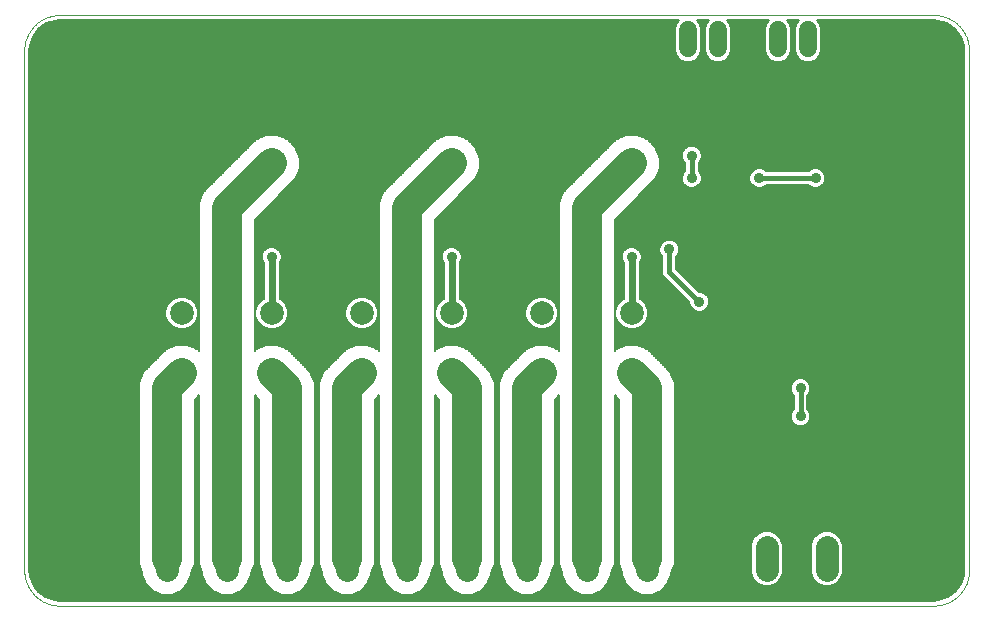
<source format=gbl>
G75*
%MOIN*%
%OFA0B0*%
%FSLAX25Y25*%
%IPPOS*%
%LPD*%
%AMOC8*
5,1,8,0,0,1.08239X$1,22.5*
%
%ADD10C,0.00394*%
%ADD11C,0.07874*%
%ADD12C,0.05906*%
%ADD13C,0.07677*%
%ADD14C,0.27559*%
%ADD15C,0.03562*%
%ADD16C,0.00600*%
%ADD17C,0.10000*%
%ADD18C,0.02400*%
%ADD19C,0.01600*%
D10*
X0040154Y0032555D02*
X0331493Y0032555D01*
X0331778Y0032558D01*
X0332064Y0032569D01*
X0332349Y0032586D01*
X0332633Y0032610D01*
X0332917Y0032641D01*
X0333200Y0032679D01*
X0333481Y0032724D01*
X0333762Y0032775D01*
X0334042Y0032833D01*
X0334320Y0032898D01*
X0334596Y0032970D01*
X0334870Y0033048D01*
X0335143Y0033133D01*
X0335413Y0033225D01*
X0335681Y0033323D01*
X0335947Y0033427D01*
X0336210Y0033538D01*
X0336470Y0033655D01*
X0336728Y0033778D01*
X0336982Y0033908D01*
X0337233Y0034044D01*
X0337481Y0034185D01*
X0337725Y0034333D01*
X0337966Y0034486D01*
X0338202Y0034646D01*
X0338435Y0034811D01*
X0338664Y0034981D01*
X0338889Y0035157D01*
X0339109Y0035339D01*
X0339325Y0035525D01*
X0339536Y0035717D01*
X0339743Y0035914D01*
X0339945Y0036116D01*
X0340142Y0036323D01*
X0340334Y0036534D01*
X0340520Y0036750D01*
X0340702Y0036970D01*
X0340878Y0037195D01*
X0341048Y0037424D01*
X0341213Y0037657D01*
X0341373Y0037893D01*
X0341526Y0038134D01*
X0341674Y0038378D01*
X0341815Y0038626D01*
X0341951Y0038877D01*
X0342081Y0039131D01*
X0342204Y0039389D01*
X0342321Y0039649D01*
X0342432Y0039912D01*
X0342536Y0040178D01*
X0342634Y0040446D01*
X0342726Y0040716D01*
X0342811Y0040989D01*
X0342889Y0041263D01*
X0342961Y0041539D01*
X0343026Y0041817D01*
X0343084Y0042097D01*
X0343135Y0042378D01*
X0343180Y0042659D01*
X0343218Y0042942D01*
X0343249Y0043226D01*
X0343273Y0043510D01*
X0343290Y0043795D01*
X0343301Y0044081D01*
X0343304Y0044366D01*
X0343304Y0217594D01*
X0343301Y0217879D01*
X0343290Y0218165D01*
X0343273Y0218450D01*
X0343249Y0218734D01*
X0343218Y0219018D01*
X0343180Y0219301D01*
X0343135Y0219582D01*
X0343084Y0219863D01*
X0343026Y0220143D01*
X0342961Y0220421D01*
X0342889Y0220697D01*
X0342811Y0220971D01*
X0342726Y0221244D01*
X0342634Y0221514D01*
X0342536Y0221782D01*
X0342432Y0222048D01*
X0342321Y0222311D01*
X0342204Y0222571D01*
X0342081Y0222829D01*
X0341951Y0223083D01*
X0341815Y0223334D01*
X0341674Y0223582D01*
X0341526Y0223826D01*
X0341373Y0224067D01*
X0341213Y0224303D01*
X0341048Y0224536D01*
X0340878Y0224765D01*
X0340702Y0224990D01*
X0340520Y0225210D01*
X0340334Y0225426D01*
X0340142Y0225637D01*
X0339945Y0225844D01*
X0339743Y0226046D01*
X0339536Y0226243D01*
X0339325Y0226435D01*
X0339109Y0226621D01*
X0338889Y0226803D01*
X0338664Y0226979D01*
X0338435Y0227149D01*
X0338202Y0227314D01*
X0337966Y0227474D01*
X0337725Y0227627D01*
X0337481Y0227775D01*
X0337233Y0227916D01*
X0336982Y0228052D01*
X0336728Y0228182D01*
X0336470Y0228305D01*
X0336210Y0228422D01*
X0335947Y0228533D01*
X0335681Y0228637D01*
X0335413Y0228735D01*
X0335143Y0228827D01*
X0334870Y0228912D01*
X0334596Y0228990D01*
X0334320Y0229062D01*
X0334042Y0229127D01*
X0333762Y0229185D01*
X0333481Y0229236D01*
X0333200Y0229281D01*
X0332917Y0229319D01*
X0332633Y0229350D01*
X0332349Y0229374D01*
X0332064Y0229391D01*
X0331778Y0229402D01*
X0331493Y0229405D01*
X0040154Y0229405D01*
X0039869Y0229402D01*
X0039583Y0229391D01*
X0039298Y0229374D01*
X0039014Y0229350D01*
X0038730Y0229319D01*
X0038447Y0229281D01*
X0038166Y0229236D01*
X0037885Y0229185D01*
X0037605Y0229127D01*
X0037327Y0229062D01*
X0037051Y0228990D01*
X0036777Y0228912D01*
X0036504Y0228827D01*
X0036234Y0228735D01*
X0035966Y0228637D01*
X0035700Y0228533D01*
X0035437Y0228422D01*
X0035177Y0228305D01*
X0034919Y0228182D01*
X0034665Y0228052D01*
X0034414Y0227916D01*
X0034166Y0227775D01*
X0033922Y0227627D01*
X0033681Y0227474D01*
X0033445Y0227314D01*
X0033212Y0227149D01*
X0032983Y0226979D01*
X0032758Y0226803D01*
X0032538Y0226621D01*
X0032322Y0226435D01*
X0032111Y0226243D01*
X0031904Y0226046D01*
X0031702Y0225844D01*
X0031505Y0225637D01*
X0031313Y0225426D01*
X0031127Y0225210D01*
X0030945Y0224990D01*
X0030769Y0224765D01*
X0030599Y0224536D01*
X0030434Y0224303D01*
X0030274Y0224067D01*
X0030121Y0223826D01*
X0029973Y0223582D01*
X0029832Y0223334D01*
X0029696Y0223083D01*
X0029566Y0222829D01*
X0029443Y0222571D01*
X0029326Y0222311D01*
X0029215Y0222048D01*
X0029111Y0221782D01*
X0029013Y0221514D01*
X0028921Y0221244D01*
X0028836Y0220971D01*
X0028758Y0220697D01*
X0028686Y0220421D01*
X0028621Y0220143D01*
X0028563Y0219863D01*
X0028512Y0219582D01*
X0028467Y0219301D01*
X0028429Y0219018D01*
X0028398Y0218734D01*
X0028374Y0218450D01*
X0028357Y0218165D01*
X0028346Y0217879D01*
X0028343Y0217594D01*
X0028343Y0044366D01*
X0028346Y0044081D01*
X0028357Y0043795D01*
X0028374Y0043510D01*
X0028398Y0043226D01*
X0028429Y0042942D01*
X0028467Y0042659D01*
X0028512Y0042378D01*
X0028563Y0042097D01*
X0028621Y0041817D01*
X0028686Y0041539D01*
X0028758Y0041263D01*
X0028836Y0040989D01*
X0028921Y0040716D01*
X0029013Y0040446D01*
X0029111Y0040178D01*
X0029215Y0039912D01*
X0029326Y0039649D01*
X0029443Y0039389D01*
X0029566Y0039131D01*
X0029696Y0038877D01*
X0029832Y0038626D01*
X0029973Y0038378D01*
X0030121Y0038134D01*
X0030274Y0037893D01*
X0030434Y0037657D01*
X0030599Y0037424D01*
X0030769Y0037195D01*
X0030945Y0036970D01*
X0031127Y0036750D01*
X0031313Y0036534D01*
X0031505Y0036323D01*
X0031702Y0036116D01*
X0031904Y0035914D01*
X0032111Y0035717D01*
X0032322Y0035525D01*
X0032538Y0035339D01*
X0032758Y0035157D01*
X0032983Y0034981D01*
X0033212Y0034811D01*
X0033445Y0034646D01*
X0033681Y0034486D01*
X0033922Y0034333D01*
X0034166Y0034185D01*
X0034414Y0034044D01*
X0034665Y0033908D01*
X0034919Y0033778D01*
X0035177Y0033655D01*
X0035437Y0033538D01*
X0035700Y0033427D01*
X0035966Y0033323D01*
X0036234Y0033225D01*
X0036504Y0033133D01*
X0036777Y0033048D01*
X0037051Y0032970D01*
X0037327Y0032898D01*
X0037605Y0032833D01*
X0037885Y0032775D01*
X0038166Y0032724D01*
X0038447Y0032679D01*
X0038730Y0032641D01*
X0039014Y0032610D01*
X0039298Y0032586D01*
X0039583Y0032569D01*
X0039869Y0032558D01*
X0040154Y0032555D01*
D11*
X0080843Y0110055D03*
X0080843Y0130055D03*
X0110843Y0130055D03*
X0110843Y0110055D03*
X0140843Y0110055D03*
X0140843Y0130055D03*
X0170843Y0130055D03*
X0170843Y0110055D03*
X0200843Y0110055D03*
X0200843Y0130055D03*
X0230843Y0130055D03*
X0230843Y0110055D03*
X0230843Y0180055D03*
X0200843Y0180055D03*
X0170843Y0180055D03*
X0140843Y0180055D03*
X0110843Y0180055D03*
X0080843Y0180055D03*
D12*
X0249593Y0218352D02*
X0249593Y0224258D01*
X0259593Y0224258D02*
X0259593Y0218352D01*
X0269593Y0218352D02*
X0269593Y0224258D01*
X0279593Y0224258D02*
X0279593Y0218352D01*
X0289593Y0218352D02*
X0289593Y0224258D01*
D13*
X0295843Y0052019D02*
X0295843Y0044342D01*
X0275843Y0044342D02*
X0275843Y0052019D01*
X0255843Y0052019D02*
X0255843Y0044342D01*
X0235843Y0044342D02*
X0235843Y0052019D01*
X0215843Y0052019D02*
X0215843Y0044342D01*
X0195843Y0044342D02*
X0195843Y0052019D01*
X0175843Y0052019D02*
X0175843Y0044342D01*
X0155843Y0044342D02*
X0155843Y0052019D01*
X0135843Y0052019D02*
X0135843Y0044342D01*
X0115843Y0044342D02*
X0115843Y0052019D01*
X0095843Y0052019D02*
X0095843Y0044342D01*
X0075843Y0044342D02*
X0075843Y0052019D01*
D14*
X0048028Y0052240D03*
X0048028Y0209720D03*
X0323619Y0209720D03*
X0323619Y0052240D03*
D15*
X0287093Y0095680D03*
X0287093Y0105055D03*
X0302093Y0105055D03*
X0302093Y0101305D03*
X0302093Y0097555D03*
X0319593Y0098805D03*
X0319593Y0103805D03*
X0317093Y0117555D03*
X0322093Y0117555D03*
X0327093Y0117555D03*
X0327093Y0125055D03*
X0322093Y0125055D03*
X0317093Y0125055D03*
X0312093Y0125055D03*
X0312093Y0117555D03*
X0302093Y0137555D03*
X0302093Y0141305D03*
X0302093Y0145055D03*
X0289593Y0143805D03*
X0284593Y0143805D03*
X0279593Y0143805D03*
X0279593Y0148805D03*
X0284593Y0148805D03*
X0289593Y0148805D03*
X0289593Y0138805D03*
X0319593Y0138805D03*
X0319593Y0143805D03*
X0323343Y0170055D03*
X0323343Y0175055D03*
X0292093Y0175055D03*
X0273343Y0175055D03*
X0273343Y0183805D03*
X0273343Y0188805D03*
X0273343Y0193805D03*
X0273343Y0198805D03*
X0279593Y0198805D03*
X0279593Y0193805D03*
X0279593Y0188805D03*
X0250843Y0182555D03*
X0250843Y0175055D03*
X0250843Y0160055D03*
X0250843Y0155055D03*
X0250843Y0150055D03*
X0250843Y0145055D03*
X0243343Y0151305D03*
X0230843Y0148805D03*
X0253343Y0133805D03*
X0233343Y0122555D03*
X0227093Y0122555D03*
X0204593Y0122555D03*
X0198343Y0122555D03*
X0173343Y0122555D03*
X0167093Y0122555D03*
X0144593Y0122555D03*
X0138343Y0122555D03*
X0113343Y0122555D03*
X0107093Y0122555D03*
X0084593Y0122555D03*
X0078343Y0122555D03*
X0110843Y0148805D03*
X0170843Y0148805D03*
X0249593Y0095055D03*
X0249593Y0090055D03*
D16*
X0245143Y0090012D02*
X0341607Y0090012D01*
X0341607Y0089414D02*
X0245143Y0089414D01*
X0245143Y0088815D02*
X0341607Y0088815D01*
X0341607Y0088217D02*
X0245143Y0088217D01*
X0245143Y0087618D02*
X0341607Y0087618D01*
X0341607Y0087020D02*
X0245143Y0087020D01*
X0245143Y0086421D02*
X0341607Y0086421D01*
X0341607Y0085823D02*
X0245143Y0085823D01*
X0245143Y0085224D02*
X0341607Y0085224D01*
X0341607Y0084626D02*
X0245143Y0084626D01*
X0245143Y0084027D02*
X0341607Y0084027D01*
X0341607Y0083429D02*
X0245143Y0083429D01*
X0245143Y0082830D02*
X0341607Y0082830D01*
X0341607Y0082232D02*
X0245143Y0082232D01*
X0245143Y0081633D02*
X0341607Y0081633D01*
X0341607Y0081035D02*
X0245143Y0081035D01*
X0245143Y0080436D02*
X0341607Y0080436D01*
X0341607Y0079838D02*
X0245143Y0079838D01*
X0245143Y0079239D02*
X0341607Y0079239D01*
X0341607Y0078640D02*
X0245143Y0078640D01*
X0245143Y0078042D02*
X0341607Y0078042D01*
X0341607Y0077443D02*
X0245143Y0077443D01*
X0245143Y0076845D02*
X0341607Y0076845D01*
X0341607Y0076246D02*
X0245143Y0076246D01*
X0245143Y0075648D02*
X0341607Y0075648D01*
X0341607Y0075049D02*
X0245143Y0075049D01*
X0245143Y0074451D02*
X0341607Y0074451D01*
X0341607Y0073852D02*
X0245143Y0073852D01*
X0245143Y0073254D02*
X0341607Y0073254D01*
X0341607Y0072655D02*
X0245143Y0072655D01*
X0245143Y0072057D02*
X0341607Y0072057D01*
X0341607Y0071458D02*
X0245143Y0071458D01*
X0245143Y0070860D02*
X0341607Y0070860D01*
X0341607Y0070261D02*
X0245143Y0070261D01*
X0245143Y0069663D02*
X0341607Y0069663D01*
X0341607Y0069064D02*
X0245143Y0069064D01*
X0245143Y0068466D02*
X0341607Y0068466D01*
X0341607Y0067867D02*
X0245143Y0067867D01*
X0245143Y0067269D02*
X0341607Y0067269D01*
X0341607Y0066670D02*
X0245143Y0066670D01*
X0245143Y0066072D02*
X0341607Y0066072D01*
X0341607Y0065473D02*
X0245143Y0065473D01*
X0245143Y0064875D02*
X0341607Y0064875D01*
X0341607Y0064276D02*
X0245143Y0064276D01*
X0245143Y0063678D02*
X0341607Y0063678D01*
X0341607Y0063079D02*
X0245143Y0063079D01*
X0245143Y0062481D02*
X0341607Y0062481D01*
X0341607Y0061882D02*
X0245143Y0061882D01*
X0245143Y0061284D02*
X0341607Y0061284D01*
X0341607Y0060685D02*
X0245143Y0060685D01*
X0245143Y0060087D02*
X0341607Y0060087D01*
X0341607Y0059488D02*
X0245143Y0059488D01*
X0245143Y0058890D02*
X0341607Y0058890D01*
X0341607Y0058291D02*
X0245143Y0058291D01*
X0245143Y0057693D02*
X0341607Y0057693D01*
X0341607Y0057094D02*
X0297540Y0057094D01*
X0296905Y0057357D02*
X0298867Y0056545D01*
X0300369Y0055043D01*
X0301182Y0053081D01*
X0301182Y0043280D01*
X0300369Y0041317D01*
X0298867Y0039816D01*
X0296905Y0039003D01*
X0294781Y0039003D01*
X0292819Y0039816D01*
X0291317Y0041317D01*
X0290505Y0043280D01*
X0290505Y0053081D01*
X0291317Y0055043D01*
X0292819Y0056545D01*
X0294781Y0057357D01*
X0296905Y0057357D01*
X0298916Y0056496D02*
X0341607Y0056496D01*
X0341607Y0055897D02*
X0299515Y0055897D01*
X0300113Y0055299D02*
X0341607Y0055299D01*
X0341607Y0054700D02*
X0300511Y0054700D01*
X0300759Y0054102D02*
X0341607Y0054102D01*
X0341607Y0053503D02*
X0301007Y0053503D01*
X0301182Y0052904D02*
X0341607Y0052904D01*
X0341607Y0052306D02*
X0301182Y0052306D01*
X0301182Y0051707D02*
X0341607Y0051707D01*
X0341607Y0051109D02*
X0301182Y0051109D01*
X0301182Y0050510D02*
X0341607Y0050510D01*
X0341607Y0049912D02*
X0301182Y0049912D01*
X0301182Y0049313D02*
X0341607Y0049313D01*
X0341607Y0048715D02*
X0301182Y0048715D01*
X0301182Y0048116D02*
X0341607Y0048116D01*
X0341607Y0047518D02*
X0301182Y0047518D01*
X0301182Y0046919D02*
X0341607Y0046919D01*
X0341607Y0046321D02*
X0301182Y0046321D01*
X0301182Y0045722D02*
X0341607Y0045722D01*
X0341607Y0045124D02*
X0301182Y0045124D01*
X0301182Y0044525D02*
X0341607Y0044525D01*
X0341607Y0044366D02*
X0341482Y0042784D01*
X0340505Y0039774D01*
X0338645Y0037214D01*
X0336085Y0035354D01*
X0333075Y0034376D01*
X0331493Y0034252D01*
X0040154Y0034252D01*
X0038572Y0034376D01*
X0035562Y0035354D01*
X0033002Y0037214D01*
X0031142Y0039774D01*
X0030165Y0042784D01*
X0030040Y0044366D01*
X0030040Y0217594D01*
X0030165Y0219177D01*
X0031142Y0222186D01*
X0033002Y0224746D01*
X0035562Y0226606D01*
X0038572Y0227584D01*
X0040154Y0227709D01*
X0246747Y0227709D01*
X0245818Y0226780D01*
X0245140Y0225144D01*
X0245140Y0217467D01*
X0245818Y0215830D01*
X0247071Y0214577D01*
X0248707Y0213900D01*
X0250479Y0213900D01*
X0252115Y0214577D01*
X0253368Y0215830D01*
X0254046Y0217467D01*
X0254046Y0225144D01*
X0253368Y0226780D01*
X0252440Y0227709D01*
X0256747Y0227709D01*
X0255818Y0226780D01*
X0255140Y0225144D01*
X0255140Y0217467D01*
X0255818Y0215830D01*
X0257071Y0214577D01*
X0258707Y0213900D01*
X0260479Y0213900D01*
X0262115Y0214577D01*
X0263368Y0215830D01*
X0264046Y0217467D01*
X0264046Y0225144D01*
X0263368Y0226780D01*
X0262440Y0227709D01*
X0276747Y0227709D01*
X0275818Y0226780D01*
X0275140Y0225144D01*
X0275140Y0217467D01*
X0275818Y0215830D01*
X0277071Y0214577D01*
X0278707Y0213900D01*
X0280479Y0213900D01*
X0282115Y0214577D01*
X0283368Y0215830D01*
X0284046Y0217467D01*
X0284046Y0225144D01*
X0283368Y0226780D01*
X0282440Y0227709D01*
X0286747Y0227709D01*
X0285818Y0226780D01*
X0285140Y0225144D01*
X0285140Y0217467D01*
X0285818Y0215830D01*
X0287071Y0214577D01*
X0288707Y0213900D01*
X0290479Y0213900D01*
X0292115Y0214577D01*
X0293368Y0215830D01*
X0294046Y0217467D01*
X0294046Y0225144D01*
X0293368Y0226780D01*
X0292440Y0227709D01*
X0331493Y0227709D01*
X0333075Y0227584D01*
X0336085Y0226606D01*
X0338645Y0224746D01*
X0340505Y0222186D01*
X0341482Y0219177D01*
X0341607Y0217594D01*
X0341607Y0044366D01*
X0341572Y0043927D02*
X0301182Y0043927D01*
X0301182Y0043328D02*
X0341525Y0043328D01*
X0341465Y0042730D02*
X0300954Y0042730D01*
X0300706Y0042131D02*
X0341270Y0042131D01*
X0341076Y0041533D02*
X0300458Y0041533D01*
X0299986Y0040934D02*
X0340881Y0040934D01*
X0340687Y0040336D02*
X0299387Y0040336D01*
X0298678Y0039737D02*
X0340478Y0039737D01*
X0340043Y0039139D02*
X0297233Y0039139D01*
X0294453Y0039139D02*
X0277233Y0039139D01*
X0276905Y0039003D02*
X0278867Y0039816D01*
X0280369Y0041317D01*
X0281182Y0043280D01*
X0281182Y0053081D01*
X0280369Y0055043D01*
X0278867Y0056545D01*
X0276905Y0057357D01*
X0274781Y0057357D01*
X0272819Y0056545D01*
X0271317Y0055043D01*
X0270505Y0053081D01*
X0270505Y0043280D01*
X0271317Y0041317D01*
X0272819Y0039816D01*
X0274781Y0039003D01*
X0276905Y0039003D01*
X0278678Y0039737D02*
X0293008Y0039737D01*
X0292299Y0040336D02*
X0279387Y0040336D01*
X0279986Y0040934D02*
X0291701Y0040934D01*
X0291228Y0041533D02*
X0280458Y0041533D01*
X0280706Y0042131D02*
X0290980Y0042131D01*
X0290732Y0042730D02*
X0280954Y0042730D01*
X0281182Y0043328D02*
X0290505Y0043328D01*
X0290505Y0043927D02*
X0281182Y0043927D01*
X0281182Y0044525D02*
X0290505Y0044525D01*
X0290505Y0045124D02*
X0281182Y0045124D01*
X0281182Y0045722D02*
X0290505Y0045722D01*
X0290505Y0046321D02*
X0281182Y0046321D01*
X0281182Y0046919D02*
X0290505Y0046919D01*
X0290505Y0047518D02*
X0281182Y0047518D01*
X0281182Y0048116D02*
X0290505Y0048116D01*
X0290505Y0048715D02*
X0281182Y0048715D01*
X0281182Y0049313D02*
X0290505Y0049313D01*
X0290505Y0049912D02*
X0281182Y0049912D01*
X0281182Y0050510D02*
X0290505Y0050510D01*
X0290505Y0051109D02*
X0281182Y0051109D01*
X0281182Y0051707D02*
X0290505Y0051707D01*
X0290505Y0052306D02*
X0281182Y0052306D01*
X0281182Y0052904D02*
X0290505Y0052904D01*
X0290680Y0053503D02*
X0281007Y0053503D01*
X0280759Y0054102D02*
X0290927Y0054102D01*
X0291175Y0054700D02*
X0280511Y0054700D01*
X0280113Y0055299D02*
X0291573Y0055299D01*
X0292172Y0055897D02*
X0279515Y0055897D01*
X0278916Y0056496D02*
X0292770Y0056496D01*
X0294146Y0057094D02*
X0277540Y0057094D01*
X0274146Y0057094D02*
X0245143Y0057094D01*
X0245143Y0056496D02*
X0272770Y0056496D01*
X0272172Y0055897D02*
X0245143Y0055897D01*
X0245143Y0055299D02*
X0271573Y0055299D01*
X0271175Y0054700D02*
X0245143Y0054700D01*
X0245143Y0054102D02*
X0270927Y0054102D01*
X0270680Y0053503D02*
X0245143Y0053503D01*
X0245143Y0052904D02*
X0270505Y0052904D01*
X0270505Y0052306D02*
X0245143Y0052306D01*
X0245143Y0051707D02*
X0270505Y0051707D01*
X0270505Y0051109D02*
X0245143Y0051109D01*
X0245143Y0050510D02*
X0270505Y0050510D01*
X0270505Y0049912D02*
X0245143Y0049912D01*
X0245143Y0049313D02*
X0270505Y0049313D01*
X0270505Y0048715D02*
X0245143Y0048715D01*
X0245143Y0048116D02*
X0270505Y0048116D01*
X0270505Y0047518D02*
X0245143Y0047518D01*
X0245143Y0046919D02*
X0270505Y0046919D01*
X0270505Y0046321D02*
X0245139Y0046321D01*
X0245143Y0046330D02*
X0245143Y0106905D01*
X0243727Y0110323D01*
X0241111Y0112939D01*
X0236111Y0117939D01*
X0232693Y0119355D01*
X0228993Y0119355D01*
X0225575Y0117939D01*
X0225143Y0117507D01*
X0225143Y0161203D01*
X0238727Y0174787D01*
X0240143Y0178205D01*
X0240143Y0181905D01*
X0238727Y0185323D01*
X0236111Y0187939D01*
X0232693Y0189355D01*
X0228993Y0189355D01*
X0225575Y0187939D01*
X0210575Y0172939D01*
X0207959Y0170323D01*
X0206543Y0166905D01*
X0206543Y0117507D01*
X0206111Y0117939D01*
X0202693Y0119355D01*
X0198993Y0119355D01*
X0195575Y0117939D01*
X0190575Y0112939D01*
X0187959Y0110323D01*
X0186543Y0106905D01*
X0186543Y0046330D01*
X0187705Y0043526D01*
X0187705Y0042723D01*
X0188944Y0039731D01*
X0191233Y0037442D01*
X0194224Y0036203D01*
X0197462Y0036203D01*
X0200453Y0037442D01*
X0202743Y0039731D01*
X0203982Y0042723D01*
X0203982Y0043526D01*
X0205143Y0046330D01*
X0205143Y0101203D01*
X0206543Y0102603D01*
X0206543Y0046330D01*
X0207705Y0043526D01*
X0207705Y0042723D01*
X0208944Y0039731D01*
X0211233Y0037442D01*
X0214224Y0036203D01*
X0217462Y0036203D01*
X0220453Y0037442D01*
X0222743Y0039731D01*
X0223982Y0042723D01*
X0223982Y0043526D01*
X0225143Y0046330D01*
X0225143Y0102603D01*
X0226543Y0101203D01*
X0226543Y0046330D01*
X0227705Y0043526D01*
X0227705Y0042723D01*
X0228944Y0039731D01*
X0231233Y0037442D01*
X0234224Y0036203D01*
X0237462Y0036203D01*
X0240453Y0037442D01*
X0242743Y0039731D01*
X0243982Y0042723D01*
X0243982Y0043526D01*
X0245143Y0046330D01*
X0244891Y0045722D02*
X0270505Y0045722D01*
X0270505Y0045124D02*
X0244643Y0045124D01*
X0244396Y0044525D02*
X0270505Y0044525D01*
X0270505Y0043927D02*
X0244148Y0043927D01*
X0243982Y0043328D02*
X0270505Y0043328D01*
X0270732Y0042730D02*
X0243982Y0042730D01*
X0243737Y0042131D02*
X0270980Y0042131D01*
X0271228Y0041533D02*
X0243489Y0041533D01*
X0243241Y0040934D02*
X0271701Y0040934D01*
X0272299Y0040336D02*
X0242993Y0040336D01*
X0242745Y0039737D02*
X0273008Y0039737D01*
X0274453Y0039139D02*
X0242150Y0039139D01*
X0241552Y0038540D02*
X0339608Y0038540D01*
X0339173Y0037942D02*
X0240953Y0037942D01*
X0240215Y0037343D02*
X0338738Y0037343D01*
X0337998Y0036745D02*
X0238770Y0036745D01*
X0232916Y0036745D02*
X0218770Y0036745D01*
X0220215Y0037343D02*
X0231471Y0037343D01*
X0230733Y0037942D02*
X0220953Y0037942D01*
X0221552Y0038540D02*
X0230135Y0038540D01*
X0229536Y0039139D02*
X0222150Y0039139D01*
X0222745Y0039737D02*
X0228941Y0039737D01*
X0228693Y0040336D02*
X0222993Y0040336D01*
X0223241Y0040934D02*
X0228445Y0040934D01*
X0228197Y0041533D02*
X0223489Y0041533D01*
X0223737Y0042131D02*
X0227950Y0042131D01*
X0227705Y0042730D02*
X0223982Y0042730D01*
X0223982Y0043328D02*
X0227705Y0043328D01*
X0227539Y0043927D02*
X0224148Y0043927D01*
X0224396Y0044525D02*
X0227291Y0044525D01*
X0227043Y0045124D02*
X0224643Y0045124D01*
X0224891Y0045722D02*
X0226795Y0045722D01*
X0226547Y0046321D02*
X0225139Y0046321D01*
X0225143Y0046919D02*
X0226543Y0046919D01*
X0226543Y0047518D02*
X0225143Y0047518D01*
X0225143Y0048116D02*
X0226543Y0048116D01*
X0226543Y0048715D02*
X0225143Y0048715D01*
X0225143Y0049313D02*
X0226543Y0049313D01*
X0226543Y0049912D02*
X0225143Y0049912D01*
X0225143Y0050510D02*
X0226543Y0050510D01*
X0226543Y0051109D02*
X0225143Y0051109D01*
X0225143Y0051707D02*
X0226543Y0051707D01*
X0226543Y0052306D02*
X0225143Y0052306D01*
X0225143Y0052904D02*
X0226543Y0052904D01*
X0226543Y0053503D02*
X0225143Y0053503D01*
X0225143Y0054102D02*
X0226543Y0054102D01*
X0226543Y0054700D02*
X0225143Y0054700D01*
X0225143Y0055299D02*
X0226543Y0055299D01*
X0226543Y0055897D02*
X0225143Y0055897D01*
X0225143Y0056496D02*
X0226543Y0056496D01*
X0226543Y0057094D02*
X0225143Y0057094D01*
X0225143Y0057693D02*
X0226543Y0057693D01*
X0226543Y0058291D02*
X0225143Y0058291D01*
X0225143Y0058890D02*
X0226543Y0058890D01*
X0226543Y0059488D02*
X0225143Y0059488D01*
X0225143Y0060087D02*
X0226543Y0060087D01*
X0226543Y0060685D02*
X0225143Y0060685D01*
X0225143Y0061284D02*
X0226543Y0061284D01*
X0226543Y0061882D02*
X0225143Y0061882D01*
X0225143Y0062481D02*
X0226543Y0062481D01*
X0226543Y0063079D02*
X0225143Y0063079D01*
X0225143Y0063678D02*
X0226543Y0063678D01*
X0226543Y0064276D02*
X0225143Y0064276D01*
X0225143Y0064875D02*
X0226543Y0064875D01*
X0226543Y0065473D02*
X0225143Y0065473D01*
X0225143Y0066072D02*
X0226543Y0066072D01*
X0226543Y0066670D02*
X0225143Y0066670D01*
X0225143Y0067269D02*
X0226543Y0067269D01*
X0226543Y0067867D02*
X0225143Y0067867D01*
X0225143Y0068466D02*
X0226543Y0068466D01*
X0226543Y0069064D02*
X0225143Y0069064D01*
X0225143Y0069663D02*
X0226543Y0069663D01*
X0226543Y0070261D02*
X0225143Y0070261D01*
X0225143Y0070860D02*
X0226543Y0070860D01*
X0226543Y0071458D02*
X0225143Y0071458D01*
X0225143Y0072057D02*
X0226543Y0072057D01*
X0226543Y0072655D02*
X0225143Y0072655D01*
X0225143Y0073254D02*
X0226543Y0073254D01*
X0226543Y0073852D02*
X0225143Y0073852D01*
X0225143Y0074451D02*
X0226543Y0074451D01*
X0226543Y0075049D02*
X0225143Y0075049D01*
X0225143Y0075648D02*
X0226543Y0075648D01*
X0226543Y0076246D02*
X0225143Y0076246D01*
X0225143Y0076845D02*
X0226543Y0076845D01*
X0226543Y0077443D02*
X0225143Y0077443D01*
X0225143Y0078042D02*
X0226543Y0078042D01*
X0226543Y0078640D02*
X0225143Y0078640D01*
X0225143Y0079239D02*
X0226543Y0079239D01*
X0226543Y0079838D02*
X0225143Y0079838D01*
X0225143Y0080436D02*
X0226543Y0080436D01*
X0226543Y0081035D02*
X0225143Y0081035D01*
X0225143Y0081633D02*
X0226543Y0081633D01*
X0226543Y0082232D02*
X0225143Y0082232D01*
X0225143Y0082830D02*
X0226543Y0082830D01*
X0226543Y0083429D02*
X0225143Y0083429D01*
X0225143Y0084027D02*
X0226543Y0084027D01*
X0226543Y0084626D02*
X0225143Y0084626D01*
X0225143Y0085224D02*
X0226543Y0085224D01*
X0226543Y0085823D02*
X0225143Y0085823D01*
X0225143Y0086421D02*
X0226543Y0086421D01*
X0226543Y0087020D02*
X0225143Y0087020D01*
X0225143Y0087618D02*
X0226543Y0087618D01*
X0226543Y0088217D02*
X0225143Y0088217D01*
X0225143Y0088815D02*
X0226543Y0088815D01*
X0226543Y0089414D02*
X0225143Y0089414D01*
X0225143Y0090012D02*
X0226543Y0090012D01*
X0226543Y0090611D02*
X0225143Y0090611D01*
X0225143Y0091209D02*
X0226543Y0091209D01*
X0226543Y0091808D02*
X0225143Y0091808D01*
X0225143Y0092406D02*
X0226543Y0092406D01*
X0226543Y0093005D02*
X0225143Y0093005D01*
X0225143Y0093603D02*
X0226543Y0093603D01*
X0226543Y0094202D02*
X0225143Y0094202D01*
X0225143Y0094800D02*
X0226543Y0094800D01*
X0226543Y0095399D02*
X0225143Y0095399D01*
X0225143Y0095997D02*
X0226543Y0095997D01*
X0226543Y0096596D02*
X0225143Y0096596D01*
X0225143Y0097194D02*
X0226543Y0097194D01*
X0226543Y0097793D02*
X0225143Y0097793D01*
X0225143Y0098391D02*
X0226543Y0098391D01*
X0226543Y0098990D02*
X0225143Y0098990D01*
X0225143Y0099588D02*
X0226543Y0099588D01*
X0226543Y0100187D02*
X0225143Y0100187D01*
X0225143Y0100785D02*
X0226543Y0100785D01*
X0226362Y0101384D02*
X0225143Y0101384D01*
X0225143Y0101982D02*
X0225764Y0101982D01*
X0225165Y0102581D02*
X0225143Y0102581D01*
X0239499Y0114551D02*
X0341607Y0114551D01*
X0341607Y0113953D02*
X0240098Y0113953D01*
X0240696Y0113354D02*
X0341607Y0113354D01*
X0341607Y0112756D02*
X0241295Y0112756D01*
X0241893Y0112157D02*
X0341607Y0112157D01*
X0341607Y0111559D02*
X0242492Y0111559D01*
X0243090Y0110960D02*
X0341607Y0110960D01*
X0341607Y0110362D02*
X0243689Y0110362D01*
X0243959Y0109763D02*
X0341607Y0109763D01*
X0341607Y0109165D02*
X0244207Y0109165D01*
X0244455Y0108566D02*
X0341607Y0108566D01*
X0341607Y0107968D02*
X0288636Y0107968D01*
X0288952Y0107837D02*
X0287746Y0108336D01*
X0286441Y0108336D01*
X0285235Y0107837D01*
X0284312Y0106914D01*
X0283812Y0105708D01*
X0283812Y0104402D01*
X0284312Y0103197D01*
X0284793Y0102715D01*
X0284793Y0098020D01*
X0284312Y0097539D01*
X0283812Y0096333D01*
X0283812Y0095027D01*
X0284312Y0093822D01*
X0285235Y0092899D01*
X0286441Y0092399D01*
X0287746Y0092399D01*
X0288952Y0092899D01*
X0289875Y0093822D01*
X0290374Y0095027D01*
X0290374Y0096333D01*
X0289875Y0097539D01*
X0289393Y0098020D01*
X0289393Y0102715D01*
X0289875Y0103197D01*
X0290374Y0104402D01*
X0290374Y0105708D01*
X0289875Y0106914D01*
X0288952Y0107837D01*
X0289419Y0107369D02*
X0341607Y0107369D01*
X0341607Y0106771D02*
X0289934Y0106771D01*
X0290182Y0106172D02*
X0341607Y0106172D01*
X0341607Y0105573D02*
X0290374Y0105573D01*
X0290374Y0104975D02*
X0341607Y0104975D01*
X0341607Y0104376D02*
X0290363Y0104376D01*
X0290116Y0103778D02*
X0341607Y0103778D01*
X0341607Y0103179D02*
X0289858Y0103179D01*
X0289393Y0102581D02*
X0341607Y0102581D01*
X0341607Y0101982D02*
X0289393Y0101982D01*
X0289393Y0101384D02*
X0341607Y0101384D01*
X0341607Y0100785D02*
X0289393Y0100785D01*
X0289393Y0100187D02*
X0341607Y0100187D01*
X0341607Y0099588D02*
X0289393Y0099588D01*
X0289393Y0098990D02*
X0341607Y0098990D01*
X0341607Y0098391D02*
X0289393Y0098391D01*
X0289621Y0097793D02*
X0341607Y0097793D01*
X0341607Y0097194D02*
X0290017Y0097194D01*
X0290265Y0096596D02*
X0341607Y0096596D01*
X0341607Y0095997D02*
X0290374Y0095997D01*
X0290374Y0095399D02*
X0341607Y0095399D01*
X0341607Y0094800D02*
X0290280Y0094800D01*
X0290032Y0094202D02*
X0341607Y0094202D01*
X0341607Y0093603D02*
X0289656Y0093603D01*
X0289058Y0093005D02*
X0341607Y0093005D01*
X0341607Y0092406D02*
X0287763Y0092406D01*
X0286423Y0092406D02*
X0245143Y0092406D01*
X0245143Y0091808D02*
X0341607Y0091808D01*
X0341607Y0091209D02*
X0245143Y0091209D01*
X0245143Y0090611D02*
X0341607Y0090611D01*
X0341607Y0115150D02*
X0238901Y0115150D01*
X0238302Y0115748D02*
X0341607Y0115748D01*
X0341607Y0116347D02*
X0237704Y0116347D01*
X0237105Y0116945D02*
X0341607Y0116945D01*
X0341607Y0117544D02*
X0236507Y0117544D01*
X0235621Y0118142D02*
X0341607Y0118142D01*
X0341607Y0118741D02*
X0234176Y0118741D01*
X0232731Y0119339D02*
X0341607Y0119339D01*
X0341607Y0119938D02*
X0225143Y0119938D01*
X0225143Y0120536D02*
X0341607Y0120536D01*
X0341607Y0121135D02*
X0225143Y0121135D01*
X0225143Y0121733D02*
X0341607Y0121733D01*
X0341607Y0122332D02*
X0225143Y0122332D01*
X0225143Y0122930D02*
X0341607Y0122930D01*
X0341607Y0123529D02*
X0225143Y0123529D01*
X0225143Y0124127D02*
X0341607Y0124127D01*
X0341607Y0124726D02*
X0232185Y0124726D01*
X0231925Y0124618D02*
X0233923Y0125446D01*
X0235452Y0126975D01*
X0236280Y0128974D01*
X0236280Y0131137D01*
X0235452Y0133135D01*
X0233923Y0134664D01*
X0233543Y0134822D01*
X0233543Y0146865D01*
X0233625Y0146947D01*
X0234124Y0148152D01*
X0234124Y0149458D01*
X0233625Y0150664D01*
X0232702Y0151587D01*
X0231496Y0152086D01*
X0230191Y0152086D01*
X0228985Y0151587D01*
X0228062Y0150664D01*
X0227562Y0149458D01*
X0227562Y0148152D01*
X0228062Y0146947D01*
X0228143Y0146865D01*
X0228143Y0134822D01*
X0227763Y0134664D01*
X0226234Y0133135D01*
X0225406Y0131137D01*
X0225406Y0128974D01*
X0226234Y0126975D01*
X0227763Y0125446D01*
X0229762Y0124618D01*
X0231925Y0124618D01*
X0233630Y0125324D02*
X0341607Y0125324D01*
X0341607Y0125923D02*
X0234400Y0125923D01*
X0234999Y0126521D02*
X0341607Y0126521D01*
X0341607Y0127120D02*
X0235512Y0127120D01*
X0235760Y0127718D02*
X0341607Y0127718D01*
X0341607Y0128317D02*
X0236008Y0128317D01*
X0236256Y0128915D02*
X0341607Y0128915D01*
X0341607Y0129514D02*
X0236280Y0129514D01*
X0236280Y0130112D02*
X0341607Y0130112D01*
X0341607Y0130711D02*
X0254447Y0130711D01*
X0253996Y0130524D02*
X0255202Y0131024D01*
X0256125Y0131947D01*
X0256624Y0133152D01*
X0256624Y0134458D01*
X0256125Y0135664D01*
X0255202Y0136587D01*
X0253996Y0137086D01*
X0253315Y0137086D01*
X0245643Y0144758D01*
X0245643Y0148965D01*
X0246125Y0149447D01*
X0246624Y0150652D01*
X0246624Y0151958D01*
X0246125Y0153164D01*
X0245202Y0154087D01*
X0243996Y0154586D01*
X0242691Y0154586D01*
X0241485Y0154087D01*
X0240562Y0153164D01*
X0240062Y0151958D01*
X0240062Y0150652D01*
X0240562Y0149447D01*
X0241043Y0148965D01*
X0241043Y0142852D01*
X0250062Y0133834D01*
X0250062Y0133152D01*
X0250562Y0131947D01*
X0251485Y0131024D01*
X0252691Y0130524D01*
X0253996Y0130524D01*
X0255488Y0131309D02*
X0341607Y0131309D01*
X0341607Y0131908D02*
X0256086Y0131908D01*
X0256357Y0132506D02*
X0341607Y0132506D01*
X0341607Y0133105D02*
X0256605Y0133105D01*
X0256624Y0133704D02*
X0341607Y0133704D01*
X0341607Y0134302D02*
X0256624Y0134302D01*
X0256441Y0134901D02*
X0341607Y0134901D01*
X0341607Y0135499D02*
X0256193Y0135499D01*
X0255691Y0136098D02*
X0341607Y0136098D01*
X0341607Y0136696D02*
X0254938Y0136696D01*
X0253106Y0137295D02*
X0341607Y0137295D01*
X0341607Y0137893D02*
X0252508Y0137893D01*
X0251909Y0138492D02*
X0341607Y0138492D01*
X0341607Y0139090D02*
X0251311Y0139090D01*
X0250712Y0139689D02*
X0341607Y0139689D01*
X0341607Y0140287D02*
X0250114Y0140287D01*
X0249515Y0140886D02*
X0341607Y0140886D01*
X0341607Y0141484D02*
X0248917Y0141484D01*
X0248318Y0142083D02*
X0341607Y0142083D01*
X0341607Y0142681D02*
X0247720Y0142681D01*
X0247121Y0143280D02*
X0341607Y0143280D01*
X0341607Y0143878D02*
X0246523Y0143878D01*
X0245924Y0144477D02*
X0341607Y0144477D01*
X0341607Y0145075D02*
X0245643Y0145075D01*
X0245643Y0145674D02*
X0341607Y0145674D01*
X0341607Y0146272D02*
X0245643Y0146272D01*
X0245643Y0146871D02*
X0341607Y0146871D01*
X0341607Y0147469D02*
X0245643Y0147469D01*
X0245643Y0148068D02*
X0341607Y0148068D01*
X0341607Y0148666D02*
X0245643Y0148666D01*
X0245943Y0149265D02*
X0341607Y0149265D01*
X0341607Y0149863D02*
X0246297Y0149863D01*
X0246545Y0150462D02*
X0341607Y0150462D01*
X0341607Y0151060D02*
X0246624Y0151060D01*
X0246624Y0151659D02*
X0341607Y0151659D01*
X0341607Y0152257D02*
X0246500Y0152257D01*
X0246252Y0152856D02*
X0341607Y0152856D01*
X0341607Y0153454D02*
X0245834Y0153454D01*
X0245236Y0154053D02*
X0341607Y0154053D01*
X0341607Y0154651D02*
X0225143Y0154651D01*
X0225143Y0154053D02*
X0241451Y0154053D01*
X0240852Y0153454D02*
X0225143Y0153454D01*
X0225143Y0152856D02*
X0240434Y0152856D01*
X0240186Y0152257D02*
X0225143Y0152257D01*
X0225143Y0151659D02*
X0229159Y0151659D01*
X0228458Y0151060D02*
X0225143Y0151060D01*
X0225143Y0150462D02*
X0227978Y0150462D01*
X0227730Y0149863D02*
X0225143Y0149863D01*
X0225143Y0149265D02*
X0227562Y0149265D01*
X0227562Y0148666D02*
X0225143Y0148666D01*
X0225143Y0148068D02*
X0227597Y0148068D01*
X0227845Y0147469D02*
X0225143Y0147469D01*
X0225143Y0146871D02*
X0228137Y0146871D01*
X0228143Y0146272D02*
X0225143Y0146272D01*
X0225143Y0145674D02*
X0228143Y0145674D01*
X0228143Y0145075D02*
X0225143Y0145075D01*
X0225143Y0144477D02*
X0228143Y0144477D01*
X0228143Y0143878D02*
X0225143Y0143878D01*
X0225143Y0143280D02*
X0228143Y0143280D01*
X0228143Y0142681D02*
X0225143Y0142681D01*
X0225143Y0142083D02*
X0228143Y0142083D01*
X0228143Y0141484D02*
X0225143Y0141484D01*
X0225143Y0140886D02*
X0228143Y0140886D01*
X0228143Y0140287D02*
X0225143Y0140287D01*
X0225143Y0139689D02*
X0228143Y0139689D01*
X0228143Y0139090D02*
X0225143Y0139090D01*
X0225143Y0138492D02*
X0228143Y0138492D01*
X0228143Y0137893D02*
X0225143Y0137893D01*
X0225143Y0137295D02*
X0228143Y0137295D01*
X0228143Y0136696D02*
X0225143Y0136696D01*
X0225143Y0136098D02*
X0228143Y0136098D01*
X0228143Y0135499D02*
X0225143Y0135499D01*
X0225143Y0134901D02*
X0228143Y0134901D01*
X0227401Y0134302D02*
X0225143Y0134302D01*
X0225143Y0133704D02*
X0226802Y0133704D01*
X0226222Y0133105D02*
X0225143Y0133105D01*
X0225143Y0132506D02*
X0225974Y0132506D01*
X0225726Y0131908D02*
X0225143Y0131908D01*
X0225143Y0131309D02*
X0225478Y0131309D01*
X0225406Y0130711D02*
X0225143Y0130711D01*
X0225143Y0130112D02*
X0225406Y0130112D01*
X0225406Y0129514D02*
X0225143Y0129514D01*
X0225143Y0128915D02*
X0225430Y0128915D01*
X0225678Y0128317D02*
X0225143Y0128317D01*
X0225143Y0127718D02*
X0225926Y0127718D01*
X0226174Y0127120D02*
X0225143Y0127120D01*
X0225143Y0126521D02*
X0226688Y0126521D01*
X0227286Y0125923D02*
X0225143Y0125923D01*
X0225143Y0125324D02*
X0228057Y0125324D01*
X0229502Y0124726D02*
X0225143Y0124726D01*
X0225143Y0119339D02*
X0228955Y0119339D01*
X0227510Y0118741D02*
X0225143Y0118741D01*
X0225143Y0118142D02*
X0226065Y0118142D01*
X0225180Y0117544D02*
X0225143Y0117544D01*
X0236280Y0130711D02*
X0252239Y0130711D01*
X0251199Y0131309D02*
X0236209Y0131309D01*
X0235961Y0131908D02*
X0250600Y0131908D01*
X0250330Y0132506D02*
X0235713Y0132506D01*
X0235465Y0133105D02*
X0250082Y0133105D01*
X0250062Y0133704D02*
X0234884Y0133704D01*
X0234285Y0134302D02*
X0249594Y0134302D01*
X0248995Y0134901D02*
X0233543Y0134901D01*
X0233543Y0135499D02*
X0248397Y0135499D01*
X0247798Y0136098D02*
X0233543Y0136098D01*
X0233543Y0136696D02*
X0247200Y0136696D01*
X0246601Y0137295D02*
X0233543Y0137295D01*
X0233543Y0137893D02*
X0246002Y0137893D01*
X0245404Y0138492D02*
X0233543Y0138492D01*
X0233543Y0139090D02*
X0244805Y0139090D01*
X0244207Y0139689D02*
X0233543Y0139689D01*
X0233543Y0140287D02*
X0243608Y0140287D01*
X0243010Y0140886D02*
X0233543Y0140886D01*
X0233543Y0141484D02*
X0242411Y0141484D01*
X0241813Y0142083D02*
X0233543Y0142083D01*
X0233543Y0142681D02*
X0241214Y0142681D01*
X0241043Y0143280D02*
X0233543Y0143280D01*
X0233543Y0143878D02*
X0241043Y0143878D01*
X0241043Y0144477D02*
X0233543Y0144477D01*
X0233543Y0145075D02*
X0241043Y0145075D01*
X0241043Y0145674D02*
X0233543Y0145674D01*
X0233543Y0146272D02*
X0241043Y0146272D01*
X0241043Y0146871D02*
X0233549Y0146871D01*
X0233841Y0147469D02*
X0241043Y0147469D01*
X0241043Y0148068D02*
X0234089Y0148068D01*
X0234124Y0148666D02*
X0241043Y0148666D01*
X0240743Y0149265D02*
X0234124Y0149265D01*
X0233956Y0149863D02*
X0240389Y0149863D01*
X0240141Y0150462D02*
X0233708Y0150462D01*
X0233228Y0151060D02*
X0240062Y0151060D01*
X0240062Y0151659D02*
X0232527Y0151659D01*
X0225143Y0155250D02*
X0341607Y0155250D01*
X0341607Y0155848D02*
X0225143Y0155848D01*
X0225143Y0156447D02*
X0341607Y0156447D01*
X0341607Y0157045D02*
X0225143Y0157045D01*
X0225143Y0157644D02*
X0341607Y0157644D01*
X0341607Y0158242D02*
X0225143Y0158242D01*
X0225143Y0158841D02*
X0341607Y0158841D01*
X0341607Y0159440D02*
X0225143Y0159440D01*
X0225143Y0160038D02*
X0341607Y0160038D01*
X0341607Y0160637D02*
X0225143Y0160637D01*
X0225175Y0161235D02*
X0341607Y0161235D01*
X0341607Y0161834D02*
X0225774Y0161834D01*
X0226372Y0162432D02*
X0341607Y0162432D01*
X0341607Y0163031D02*
X0226971Y0163031D01*
X0227569Y0163629D02*
X0341607Y0163629D01*
X0341607Y0164228D02*
X0228168Y0164228D01*
X0228766Y0164826D02*
X0341607Y0164826D01*
X0341607Y0165425D02*
X0229365Y0165425D01*
X0229963Y0166023D02*
X0341607Y0166023D01*
X0341607Y0166622D02*
X0230562Y0166622D01*
X0231160Y0167220D02*
X0341607Y0167220D01*
X0341607Y0167819D02*
X0231759Y0167819D01*
X0232357Y0168417D02*
X0341607Y0168417D01*
X0341607Y0169016D02*
X0232956Y0169016D01*
X0233554Y0169614D02*
X0341607Y0169614D01*
X0341607Y0170213D02*
X0234153Y0170213D01*
X0234751Y0170811D02*
X0341607Y0170811D01*
X0341607Y0171410D02*
X0235350Y0171410D01*
X0235948Y0172008D02*
X0249625Y0172008D01*
X0250191Y0171774D02*
X0251496Y0171774D01*
X0252702Y0172274D01*
X0253625Y0173197D01*
X0254124Y0174402D01*
X0270062Y0174402D01*
X0270562Y0173197D01*
X0271485Y0172274D01*
X0272691Y0171774D01*
X0273996Y0171774D01*
X0275202Y0172274D01*
X0275683Y0172755D01*
X0289753Y0172755D01*
X0290235Y0172274D01*
X0291441Y0171774D01*
X0292746Y0171774D01*
X0293952Y0172274D01*
X0294875Y0173197D01*
X0295374Y0174402D01*
X0341607Y0174402D01*
X0341607Y0173804D02*
X0295126Y0173804D01*
X0295374Y0174402D02*
X0295374Y0175708D01*
X0294875Y0176914D01*
X0293952Y0177837D01*
X0292746Y0178336D01*
X0291441Y0178336D01*
X0290235Y0177837D01*
X0289753Y0177355D01*
X0275683Y0177355D01*
X0275202Y0177837D01*
X0273996Y0178336D01*
X0272691Y0178336D01*
X0271485Y0177837D01*
X0270562Y0176914D01*
X0270062Y0175708D01*
X0270062Y0174402D01*
X0270062Y0175001D02*
X0254124Y0175001D01*
X0254124Y0175599D02*
X0270062Y0175599D01*
X0270265Y0176198D02*
X0253921Y0176198D01*
X0254124Y0175708D02*
X0253625Y0176914D01*
X0253143Y0177395D01*
X0253143Y0180215D01*
X0253625Y0180697D01*
X0254124Y0181902D01*
X0254124Y0183208D01*
X0253625Y0184414D01*
X0252702Y0185337D01*
X0251496Y0185836D01*
X0250191Y0185836D01*
X0248985Y0185337D01*
X0248062Y0184414D01*
X0247562Y0183208D01*
X0247562Y0181902D01*
X0248062Y0180697D01*
X0248543Y0180215D01*
X0248543Y0177395D01*
X0239807Y0177395D01*
X0239560Y0176796D02*
X0248013Y0176796D01*
X0248062Y0176914D02*
X0247562Y0175708D01*
X0247562Y0174402D01*
X0238343Y0174402D01*
X0238816Y0175001D02*
X0247562Y0175001D01*
X0247562Y0175599D02*
X0239064Y0175599D01*
X0239312Y0176198D02*
X0247765Y0176198D01*
X0248062Y0176914D02*
X0248543Y0177395D01*
X0248543Y0177993D02*
X0240055Y0177993D01*
X0240143Y0178592D02*
X0248543Y0178592D01*
X0248543Y0179190D02*
X0240143Y0179190D01*
X0240143Y0179789D02*
X0248543Y0179789D01*
X0248371Y0180387D02*
X0240143Y0180387D01*
X0240143Y0180986D02*
X0247942Y0180986D01*
X0247694Y0181584D02*
X0240143Y0181584D01*
X0240028Y0182183D02*
X0247562Y0182183D01*
X0247562Y0182781D02*
X0239780Y0182781D01*
X0239532Y0183380D02*
X0247633Y0183380D01*
X0247881Y0183978D02*
X0239284Y0183978D01*
X0239036Y0184577D02*
X0248225Y0184577D01*
X0248823Y0185175D02*
X0238788Y0185175D01*
X0238276Y0185774D02*
X0250040Y0185774D01*
X0251646Y0185774D02*
X0341607Y0185774D01*
X0341607Y0185175D02*
X0252863Y0185175D01*
X0253461Y0184577D02*
X0341607Y0184577D01*
X0341607Y0183978D02*
X0253805Y0183978D01*
X0254053Y0183380D02*
X0341607Y0183380D01*
X0341607Y0182781D02*
X0254124Y0182781D01*
X0254124Y0182183D02*
X0341607Y0182183D01*
X0341607Y0181584D02*
X0253993Y0181584D01*
X0253745Y0180986D02*
X0341607Y0180986D01*
X0341607Y0180387D02*
X0253316Y0180387D01*
X0253143Y0179789D02*
X0341607Y0179789D01*
X0341607Y0179190D02*
X0253143Y0179190D01*
X0253143Y0178592D02*
X0341607Y0178592D01*
X0341607Y0177993D02*
X0293574Y0177993D01*
X0294394Y0177395D02*
X0341607Y0177395D01*
X0341607Y0176796D02*
X0294923Y0176796D01*
X0295171Y0176198D02*
X0341607Y0176198D01*
X0341607Y0175599D02*
X0295374Y0175599D01*
X0295374Y0175001D02*
X0341607Y0175001D01*
X0341607Y0173205D02*
X0294878Y0173205D01*
X0294285Y0172607D02*
X0341607Y0172607D01*
X0341607Y0172008D02*
X0293311Y0172008D01*
X0290875Y0172008D02*
X0274561Y0172008D01*
X0275535Y0172607D02*
X0289901Y0172607D01*
X0289793Y0177395D02*
X0275644Y0177395D01*
X0274824Y0177993D02*
X0290613Y0177993D01*
X0271863Y0177993D02*
X0253143Y0177993D01*
X0253144Y0177395D02*
X0271043Y0177395D01*
X0270513Y0176796D02*
X0253673Y0176796D01*
X0254124Y0175708D02*
X0254124Y0174402D01*
X0253876Y0173804D02*
X0270310Y0173804D01*
X0270558Y0173205D02*
X0253628Y0173205D01*
X0253035Y0172607D02*
X0271151Y0172607D01*
X0272125Y0172008D02*
X0252061Y0172008D01*
X0250191Y0171774D02*
X0248985Y0172274D01*
X0248062Y0173197D01*
X0247562Y0174402D01*
X0247810Y0173804D02*
X0237744Y0173804D01*
X0237146Y0173205D02*
X0248058Y0173205D01*
X0248651Y0172607D02*
X0236547Y0172607D01*
X0220417Y0182781D02*
X0179780Y0182781D01*
X0180028Y0182183D02*
X0219819Y0182183D01*
X0219220Y0181584D02*
X0180143Y0181584D01*
X0180143Y0181905D02*
X0178727Y0185323D01*
X0176111Y0187939D01*
X0172693Y0189355D01*
X0168993Y0189355D01*
X0165575Y0187939D01*
X0150575Y0172939D01*
X0147959Y0170323D01*
X0146543Y0166905D01*
X0146543Y0117507D01*
X0146111Y0117939D01*
X0142693Y0119355D01*
X0138993Y0119355D01*
X0135575Y0117939D01*
X0130575Y0112939D01*
X0127959Y0110323D01*
X0126543Y0106905D01*
X0126543Y0046330D01*
X0127705Y0043526D01*
X0127705Y0042723D01*
X0128944Y0039731D01*
X0131233Y0037442D01*
X0134224Y0036203D01*
X0137462Y0036203D01*
X0140453Y0037442D01*
X0142743Y0039731D01*
X0143982Y0042723D01*
X0143982Y0043526D01*
X0145143Y0046330D01*
X0145143Y0101203D01*
X0146543Y0102603D01*
X0146543Y0046330D01*
X0147705Y0043526D01*
X0147705Y0042723D01*
X0148944Y0039731D01*
X0151233Y0037442D01*
X0154224Y0036203D01*
X0157462Y0036203D01*
X0160453Y0037442D01*
X0162743Y0039731D01*
X0163982Y0042723D01*
X0163982Y0043526D01*
X0165143Y0046330D01*
X0165143Y0102603D01*
X0166543Y0101203D01*
X0166543Y0046330D01*
X0167705Y0043526D01*
X0167705Y0042723D01*
X0168944Y0039731D01*
X0171233Y0037442D01*
X0174224Y0036203D01*
X0177462Y0036203D01*
X0180453Y0037442D01*
X0182743Y0039731D01*
X0183982Y0042723D01*
X0183982Y0043526D01*
X0185143Y0046330D01*
X0185143Y0106905D01*
X0183727Y0110323D01*
X0181111Y0112939D01*
X0176111Y0117939D01*
X0172693Y0119355D01*
X0168993Y0119355D01*
X0165575Y0117939D01*
X0165143Y0117507D01*
X0165143Y0161203D01*
X0178727Y0174787D01*
X0180143Y0178205D01*
X0180143Y0181905D01*
X0180143Y0180986D02*
X0218622Y0180986D01*
X0218023Y0180387D02*
X0180143Y0180387D01*
X0180143Y0179789D02*
X0217425Y0179789D01*
X0216826Y0179190D02*
X0180143Y0179190D01*
X0180143Y0178592D02*
X0216228Y0178592D01*
X0215629Y0177993D02*
X0180055Y0177993D01*
X0179807Y0177395D02*
X0215031Y0177395D01*
X0214432Y0176796D02*
X0179560Y0176796D01*
X0179312Y0176198D02*
X0213834Y0176198D01*
X0213235Y0175599D02*
X0179064Y0175599D01*
X0178816Y0175001D02*
X0212637Y0175001D01*
X0212038Y0174402D02*
X0178343Y0174402D01*
X0177744Y0173804D02*
X0211440Y0173804D01*
X0210841Y0173205D02*
X0177146Y0173205D01*
X0176547Y0172607D02*
X0210243Y0172607D01*
X0209644Y0172008D02*
X0175948Y0172008D01*
X0175350Y0171410D02*
X0209046Y0171410D01*
X0208447Y0170811D02*
X0174751Y0170811D01*
X0174153Y0170213D02*
X0207913Y0170213D01*
X0207665Y0169614D02*
X0173554Y0169614D01*
X0172956Y0169016D02*
X0207417Y0169016D01*
X0207170Y0168417D02*
X0172357Y0168417D01*
X0171759Y0167819D02*
X0206922Y0167819D01*
X0206674Y0167220D02*
X0171160Y0167220D01*
X0170562Y0166622D02*
X0206543Y0166622D01*
X0206543Y0166023D02*
X0169963Y0166023D01*
X0169365Y0165425D02*
X0206543Y0165425D01*
X0206543Y0164826D02*
X0168766Y0164826D01*
X0168168Y0164228D02*
X0206543Y0164228D01*
X0206543Y0163629D02*
X0167569Y0163629D01*
X0166971Y0163031D02*
X0206543Y0163031D01*
X0206543Y0162432D02*
X0166372Y0162432D01*
X0165774Y0161834D02*
X0206543Y0161834D01*
X0206543Y0161235D02*
X0165175Y0161235D01*
X0165143Y0160637D02*
X0206543Y0160637D01*
X0206543Y0160038D02*
X0165143Y0160038D01*
X0165143Y0159440D02*
X0206543Y0159440D01*
X0206543Y0158841D02*
X0165143Y0158841D01*
X0165143Y0158242D02*
X0206543Y0158242D01*
X0206543Y0157644D02*
X0165143Y0157644D01*
X0165143Y0157045D02*
X0206543Y0157045D01*
X0206543Y0156447D02*
X0165143Y0156447D01*
X0165143Y0155848D02*
X0206543Y0155848D01*
X0206543Y0155250D02*
X0165143Y0155250D01*
X0165143Y0154651D02*
X0206543Y0154651D01*
X0206543Y0154053D02*
X0165143Y0154053D01*
X0165143Y0153454D02*
X0206543Y0153454D01*
X0206543Y0152856D02*
X0165143Y0152856D01*
X0165143Y0152257D02*
X0206543Y0152257D01*
X0206543Y0151659D02*
X0172527Y0151659D01*
X0172702Y0151587D02*
X0171496Y0152086D01*
X0170191Y0152086D01*
X0168985Y0151587D01*
X0168062Y0150664D01*
X0167562Y0149458D01*
X0167562Y0148152D01*
X0168062Y0146947D01*
X0168143Y0146865D01*
X0168143Y0134822D01*
X0167763Y0134664D01*
X0166234Y0133135D01*
X0165406Y0131137D01*
X0165406Y0128974D01*
X0166234Y0126975D01*
X0167763Y0125446D01*
X0169762Y0124618D01*
X0171925Y0124618D01*
X0173923Y0125446D01*
X0175452Y0126975D01*
X0176280Y0128974D01*
X0176280Y0131137D01*
X0175452Y0133135D01*
X0173923Y0134664D01*
X0173543Y0134822D01*
X0173543Y0146865D01*
X0173625Y0146947D01*
X0174124Y0148152D01*
X0174124Y0149458D01*
X0173625Y0150664D01*
X0172702Y0151587D01*
X0173228Y0151060D02*
X0206543Y0151060D01*
X0206543Y0150462D02*
X0173708Y0150462D01*
X0173956Y0149863D02*
X0206543Y0149863D01*
X0206543Y0149265D02*
X0174124Y0149265D01*
X0174124Y0148666D02*
X0206543Y0148666D01*
X0206543Y0148068D02*
X0174089Y0148068D01*
X0173841Y0147469D02*
X0206543Y0147469D01*
X0206543Y0146871D02*
X0173549Y0146871D01*
X0173543Y0146272D02*
X0206543Y0146272D01*
X0206543Y0145674D02*
X0173543Y0145674D01*
X0173543Y0145075D02*
X0206543Y0145075D01*
X0206543Y0144477D02*
X0173543Y0144477D01*
X0173543Y0143878D02*
X0206543Y0143878D01*
X0206543Y0143280D02*
X0173543Y0143280D01*
X0173543Y0142681D02*
X0206543Y0142681D01*
X0206543Y0142083D02*
X0173543Y0142083D01*
X0173543Y0141484D02*
X0206543Y0141484D01*
X0206543Y0140886D02*
X0173543Y0140886D01*
X0173543Y0140287D02*
X0206543Y0140287D01*
X0206543Y0139689D02*
X0173543Y0139689D01*
X0173543Y0139090D02*
X0206543Y0139090D01*
X0206543Y0138492D02*
X0173543Y0138492D01*
X0173543Y0137893D02*
X0206543Y0137893D01*
X0206543Y0137295D02*
X0173543Y0137295D01*
X0173543Y0136696D02*
X0206543Y0136696D01*
X0206543Y0136098D02*
X0173543Y0136098D01*
X0173543Y0135499D02*
X0206543Y0135499D01*
X0206543Y0134901D02*
X0203353Y0134901D01*
X0203923Y0134664D02*
X0201925Y0135492D01*
X0199762Y0135492D01*
X0197763Y0134664D01*
X0196234Y0133135D01*
X0195406Y0131137D01*
X0195406Y0128974D01*
X0196234Y0126975D01*
X0197763Y0125446D01*
X0199762Y0124618D01*
X0201925Y0124618D01*
X0203923Y0125446D01*
X0205452Y0126975D01*
X0206280Y0128974D01*
X0206280Y0131137D01*
X0205452Y0133135D01*
X0203923Y0134664D01*
X0204285Y0134302D02*
X0206543Y0134302D01*
X0206543Y0133704D02*
X0204884Y0133704D01*
X0205465Y0133105D02*
X0206543Y0133105D01*
X0206543Y0132506D02*
X0205713Y0132506D01*
X0205961Y0131908D02*
X0206543Y0131908D01*
X0206543Y0131309D02*
X0206209Y0131309D01*
X0206280Y0130711D02*
X0206543Y0130711D01*
X0206543Y0130112D02*
X0206280Y0130112D01*
X0206280Y0129514D02*
X0206543Y0129514D01*
X0206543Y0128915D02*
X0206256Y0128915D01*
X0206008Y0128317D02*
X0206543Y0128317D01*
X0206543Y0127718D02*
X0205760Y0127718D01*
X0205512Y0127120D02*
X0206543Y0127120D01*
X0206543Y0126521D02*
X0204999Y0126521D01*
X0204400Y0125923D02*
X0206543Y0125923D01*
X0206543Y0125324D02*
X0203630Y0125324D01*
X0202185Y0124726D02*
X0206543Y0124726D01*
X0206543Y0124127D02*
X0165143Y0124127D01*
X0165143Y0123529D02*
X0206543Y0123529D01*
X0206543Y0122930D02*
X0165143Y0122930D01*
X0165143Y0122332D02*
X0206543Y0122332D01*
X0206543Y0121733D02*
X0165143Y0121733D01*
X0165143Y0121135D02*
X0206543Y0121135D01*
X0206543Y0120536D02*
X0165143Y0120536D01*
X0165143Y0119938D02*
X0206543Y0119938D01*
X0206543Y0119339D02*
X0202731Y0119339D01*
X0204176Y0118741D02*
X0206543Y0118741D01*
X0206543Y0118142D02*
X0205621Y0118142D01*
X0206507Y0117544D02*
X0206543Y0117544D01*
X0198955Y0119339D02*
X0172731Y0119339D01*
X0174176Y0118741D02*
X0197510Y0118741D01*
X0196065Y0118142D02*
X0175621Y0118142D01*
X0176507Y0117544D02*
X0195180Y0117544D01*
X0194581Y0116945D02*
X0177105Y0116945D01*
X0177704Y0116347D02*
X0193983Y0116347D01*
X0193384Y0115748D02*
X0178302Y0115748D01*
X0178901Y0115150D02*
X0192786Y0115150D01*
X0192187Y0114551D02*
X0179499Y0114551D01*
X0180098Y0113953D02*
X0191589Y0113953D01*
X0190990Y0113354D02*
X0180696Y0113354D01*
X0181295Y0112756D02*
X0190391Y0112756D01*
X0189793Y0112157D02*
X0181893Y0112157D01*
X0182492Y0111559D02*
X0189194Y0111559D01*
X0188596Y0110960D02*
X0183090Y0110960D01*
X0183689Y0110362D02*
X0187997Y0110362D01*
X0187727Y0109763D02*
X0183959Y0109763D01*
X0184207Y0109165D02*
X0187479Y0109165D01*
X0187231Y0108566D02*
X0184455Y0108566D01*
X0184703Y0107968D02*
X0186983Y0107968D01*
X0186735Y0107369D02*
X0184951Y0107369D01*
X0185143Y0106771D02*
X0186543Y0106771D01*
X0186543Y0106172D02*
X0185143Y0106172D01*
X0185143Y0105573D02*
X0186543Y0105573D01*
X0186543Y0104975D02*
X0185143Y0104975D01*
X0185143Y0104376D02*
X0186543Y0104376D01*
X0186543Y0103778D02*
X0185143Y0103778D01*
X0185143Y0103179D02*
X0186543Y0103179D01*
X0186543Y0102581D02*
X0185143Y0102581D01*
X0185143Y0101982D02*
X0186543Y0101982D01*
X0186543Y0101384D02*
X0185143Y0101384D01*
X0185143Y0100785D02*
X0186543Y0100785D01*
X0186543Y0100187D02*
X0185143Y0100187D01*
X0185143Y0099588D02*
X0186543Y0099588D01*
X0186543Y0098990D02*
X0185143Y0098990D01*
X0185143Y0098391D02*
X0186543Y0098391D01*
X0186543Y0097793D02*
X0185143Y0097793D01*
X0185143Y0097194D02*
X0186543Y0097194D01*
X0186543Y0096596D02*
X0185143Y0096596D01*
X0185143Y0095997D02*
X0186543Y0095997D01*
X0186543Y0095399D02*
X0185143Y0095399D01*
X0185143Y0094800D02*
X0186543Y0094800D01*
X0186543Y0094202D02*
X0185143Y0094202D01*
X0185143Y0093603D02*
X0186543Y0093603D01*
X0186543Y0093005D02*
X0185143Y0093005D01*
X0185143Y0092406D02*
X0186543Y0092406D01*
X0186543Y0091808D02*
X0185143Y0091808D01*
X0185143Y0091209D02*
X0186543Y0091209D01*
X0186543Y0090611D02*
X0185143Y0090611D01*
X0185143Y0090012D02*
X0186543Y0090012D01*
X0186543Y0089414D02*
X0185143Y0089414D01*
X0185143Y0088815D02*
X0186543Y0088815D01*
X0186543Y0088217D02*
X0185143Y0088217D01*
X0185143Y0087618D02*
X0186543Y0087618D01*
X0186543Y0087020D02*
X0185143Y0087020D01*
X0185143Y0086421D02*
X0186543Y0086421D01*
X0186543Y0085823D02*
X0185143Y0085823D01*
X0185143Y0085224D02*
X0186543Y0085224D01*
X0186543Y0084626D02*
X0185143Y0084626D01*
X0185143Y0084027D02*
X0186543Y0084027D01*
X0186543Y0083429D02*
X0185143Y0083429D01*
X0185143Y0082830D02*
X0186543Y0082830D01*
X0186543Y0082232D02*
X0185143Y0082232D01*
X0185143Y0081633D02*
X0186543Y0081633D01*
X0186543Y0081035D02*
X0185143Y0081035D01*
X0185143Y0080436D02*
X0186543Y0080436D01*
X0186543Y0079838D02*
X0185143Y0079838D01*
X0185143Y0079239D02*
X0186543Y0079239D01*
X0186543Y0078640D02*
X0185143Y0078640D01*
X0185143Y0078042D02*
X0186543Y0078042D01*
X0186543Y0077443D02*
X0185143Y0077443D01*
X0185143Y0076845D02*
X0186543Y0076845D01*
X0186543Y0076246D02*
X0185143Y0076246D01*
X0185143Y0075648D02*
X0186543Y0075648D01*
X0186543Y0075049D02*
X0185143Y0075049D01*
X0185143Y0074451D02*
X0186543Y0074451D01*
X0186543Y0073852D02*
X0185143Y0073852D01*
X0185143Y0073254D02*
X0186543Y0073254D01*
X0186543Y0072655D02*
X0185143Y0072655D01*
X0185143Y0072057D02*
X0186543Y0072057D01*
X0186543Y0071458D02*
X0185143Y0071458D01*
X0185143Y0070860D02*
X0186543Y0070860D01*
X0186543Y0070261D02*
X0185143Y0070261D01*
X0185143Y0069663D02*
X0186543Y0069663D01*
X0186543Y0069064D02*
X0185143Y0069064D01*
X0185143Y0068466D02*
X0186543Y0068466D01*
X0186543Y0067867D02*
X0185143Y0067867D01*
X0185143Y0067269D02*
X0186543Y0067269D01*
X0186543Y0066670D02*
X0185143Y0066670D01*
X0185143Y0066072D02*
X0186543Y0066072D01*
X0186543Y0065473D02*
X0185143Y0065473D01*
X0185143Y0064875D02*
X0186543Y0064875D01*
X0186543Y0064276D02*
X0185143Y0064276D01*
X0185143Y0063678D02*
X0186543Y0063678D01*
X0186543Y0063079D02*
X0185143Y0063079D01*
X0185143Y0062481D02*
X0186543Y0062481D01*
X0186543Y0061882D02*
X0185143Y0061882D01*
X0185143Y0061284D02*
X0186543Y0061284D01*
X0186543Y0060685D02*
X0185143Y0060685D01*
X0185143Y0060087D02*
X0186543Y0060087D01*
X0186543Y0059488D02*
X0185143Y0059488D01*
X0185143Y0058890D02*
X0186543Y0058890D01*
X0186543Y0058291D02*
X0185143Y0058291D01*
X0185143Y0057693D02*
X0186543Y0057693D01*
X0186543Y0057094D02*
X0185143Y0057094D01*
X0185143Y0056496D02*
X0186543Y0056496D01*
X0186543Y0055897D02*
X0185143Y0055897D01*
X0185143Y0055299D02*
X0186543Y0055299D01*
X0186543Y0054700D02*
X0185143Y0054700D01*
X0185143Y0054102D02*
X0186543Y0054102D01*
X0186543Y0053503D02*
X0185143Y0053503D01*
X0185143Y0052904D02*
X0186543Y0052904D01*
X0186543Y0052306D02*
X0185143Y0052306D01*
X0185143Y0051707D02*
X0186543Y0051707D01*
X0186543Y0051109D02*
X0185143Y0051109D01*
X0185143Y0050510D02*
X0186543Y0050510D01*
X0186543Y0049912D02*
X0185143Y0049912D01*
X0185143Y0049313D02*
X0186543Y0049313D01*
X0186543Y0048715D02*
X0185143Y0048715D01*
X0185143Y0048116D02*
X0186543Y0048116D01*
X0186543Y0047518D02*
X0185143Y0047518D01*
X0185143Y0046919D02*
X0186543Y0046919D01*
X0186547Y0046321D02*
X0185139Y0046321D01*
X0184891Y0045722D02*
X0186795Y0045722D01*
X0187043Y0045124D02*
X0184643Y0045124D01*
X0184396Y0044525D02*
X0187291Y0044525D01*
X0187539Y0043927D02*
X0184148Y0043927D01*
X0183982Y0043328D02*
X0187705Y0043328D01*
X0187705Y0042730D02*
X0183982Y0042730D01*
X0183737Y0042131D02*
X0187950Y0042131D01*
X0188197Y0041533D02*
X0183489Y0041533D01*
X0183241Y0040934D02*
X0188445Y0040934D01*
X0188693Y0040336D02*
X0182993Y0040336D01*
X0182745Y0039737D02*
X0188941Y0039737D01*
X0189536Y0039139D02*
X0182150Y0039139D01*
X0181552Y0038540D02*
X0190135Y0038540D01*
X0190733Y0037942D02*
X0180953Y0037942D01*
X0180215Y0037343D02*
X0191471Y0037343D01*
X0192916Y0036745D02*
X0178770Y0036745D01*
X0172916Y0036745D02*
X0158770Y0036745D01*
X0160215Y0037343D02*
X0171471Y0037343D01*
X0170733Y0037942D02*
X0160953Y0037942D01*
X0161552Y0038540D02*
X0170135Y0038540D01*
X0169536Y0039139D02*
X0162150Y0039139D01*
X0162745Y0039737D02*
X0168941Y0039737D01*
X0168693Y0040336D02*
X0162993Y0040336D01*
X0163241Y0040934D02*
X0168445Y0040934D01*
X0168197Y0041533D02*
X0163489Y0041533D01*
X0163737Y0042131D02*
X0167950Y0042131D01*
X0167705Y0042730D02*
X0163982Y0042730D01*
X0163982Y0043328D02*
X0167705Y0043328D01*
X0167539Y0043927D02*
X0164148Y0043927D01*
X0164396Y0044525D02*
X0167291Y0044525D01*
X0167043Y0045124D02*
X0164643Y0045124D01*
X0164891Y0045722D02*
X0166795Y0045722D01*
X0166547Y0046321D02*
X0165139Y0046321D01*
X0165143Y0046919D02*
X0166543Y0046919D01*
X0166543Y0047518D02*
X0165143Y0047518D01*
X0165143Y0048116D02*
X0166543Y0048116D01*
X0166543Y0048715D02*
X0165143Y0048715D01*
X0165143Y0049313D02*
X0166543Y0049313D01*
X0166543Y0049912D02*
X0165143Y0049912D01*
X0165143Y0050510D02*
X0166543Y0050510D01*
X0166543Y0051109D02*
X0165143Y0051109D01*
X0165143Y0051707D02*
X0166543Y0051707D01*
X0166543Y0052306D02*
X0165143Y0052306D01*
X0165143Y0052904D02*
X0166543Y0052904D01*
X0166543Y0053503D02*
X0165143Y0053503D01*
X0165143Y0054102D02*
X0166543Y0054102D01*
X0166543Y0054700D02*
X0165143Y0054700D01*
X0165143Y0055299D02*
X0166543Y0055299D01*
X0166543Y0055897D02*
X0165143Y0055897D01*
X0165143Y0056496D02*
X0166543Y0056496D01*
X0166543Y0057094D02*
X0165143Y0057094D01*
X0165143Y0057693D02*
X0166543Y0057693D01*
X0166543Y0058291D02*
X0165143Y0058291D01*
X0165143Y0058890D02*
X0166543Y0058890D01*
X0166543Y0059488D02*
X0165143Y0059488D01*
X0165143Y0060087D02*
X0166543Y0060087D01*
X0166543Y0060685D02*
X0165143Y0060685D01*
X0165143Y0061284D02*
X0166543Y0061284D01*
X0166543Y0061882D02*
X0165143Y0061882D01*
X0165143Y0062481D02*
X0166543Y0062481D01*
X0166543Y0063079D02*
X0165143Y0063079D01*
X0165143Y0063678D02*
X0166543Y0063678D01*
X0166543Y0064276D02*
X0165143Y0064276D01*
X0165143Y0064875D02*
X0166543Y0064875D01*
X0166543Y0065473D02*
X0165143Y0065473D01*
X0165143Y0066072D02*
X0166543Y0066072D01*
X0166543Y0066670D02*
X0165143Y0066670D01*
X0165143Y0067269D02*
X0166543Y0067269D01*
X0166543Y0067867D02*
X0165143Y0067867D01*
X0165143Y0068466D02*
X0166543Y0068466D01*
X0166543Y0069064D02*
X0165143Y0069064D01*
X0165143Y0069663D02*
X0166543Y0069663D01*
X0166543Y0070261D02*
X0165143Y0070261D01*
X0165143Y0070860D02*
X0166543Y0070860D01*
X0166543Y0071458D02*
X0165143Y0071458D01*
X0165143Y0072057D02*
X0166543Y0072057D01*
X0166543Y0072655D02*
X0165143Y0072655D01*
X0165143Y0073254D02*
X0166543Y0073254D01*
X0166543Y0073852D02*
X0165143Y0073852D01*
X0165143Y0074451D02*
X0166543Y0074451D01*
X0166543Y0075049D02*
X0165143Y0075049D01*
X0165143Y0075648D02*
X0166543Y0075648D01*
X0166543Y0076246D02*
X0165143Y0076246D01*
X0165143Y0076845D02*
X0166543Y0076845D01*
X0166543Y0077443D02*
X0165143Y0077443D01*
X0165143Y0078042D02*
X0166543Y0078042D01*
X0166543Y0078640D02*
X0165143Y0078640D01*
X0165143Y0079239D02*
X0166543Y0079239D01*
X0166543Y0079838D02*
X0165143Y0079838D01*
X0165143Y0080436D02*
X0166543Y0080436D01*
X0166543Y0081035D02*
X0165143Y0081035D01*
X0165143Y0081633D02*
X0166543Y0081633D01*
X0166543Y0082232D02*
X0165143Y0082232D01*
X0165143Y0082830D02*
X0166543Y0082830D01*
X0166543Y0083429D02*
X0165143Y0083429D01*
X0165143Y0084027D02*
X0166543Y0084027D01*
X0166543Y0084626D02*
X0165143Y0084626D01*
X0165143Y0085224D02*
X0166543Y0085224D01*
X0166543Y0085823D02*
X0165143Y0085823D01*
X0165143Y0086421D02*
X0166543Y0086421D01*
X0166543Y0087020D02*
X0165143Y0087020D01*
X0165143Y0087618D02*
X0166543Y0087618D01*
X0166543Y0088217D02*
X0165143Y0088217D01*
X0165143Y0088815D02*
X0166543Y0088815D01*
X0166543Y0089414D02*
X0165143Y0089414D01*
X0165143Y0090012D02*
X0166543Y0090012D01*
X0166543Y0090611D02*
X0165143Y0090611D01*
X0165143Y0091209D02*
X0166543Y0091209D01*
X0166543Y0091808D02*
X0165143Y0091808D01*
X0165143Y0092406D02*
X0166543Y0092406D01*
X0166543Y0093005D02*
X0165143Y0093005D01*
X0165143Y0093603D02*
X0166543Y0093603D01*
X0166543Y0094202D02*
X0165143Y0094202D01*
X0165143Y0094800D02*
X0166543Y0094800D01*
X0166543Y0095399D02*
X0165143Y0095399D01*
X0165143Y0095997D02*
X0166543Y0095997D01*
X0166543Y0096596D02*
X0165143Y0096596D01*
X0165143Y0097194D02*
X0166543Y0097194D01*
X0166543Y0097793D02*
X0165143Y0097793D01*
X0165143Y0098391D02*
X0166543Y0098391D01*
X0166543Y0098990D02*
X0165143Y0098990D01*
X0165143Y0099588D02*
X0166543Y0099588D01*
X0166543Y0100187D02*
X0165143Y0100187D01*
X0165143Y0100785D02*
X0166543Y0100785D01*
X0166362Y0101384D02*
X0165143Y0101384D01*
X0165143Y0101982D02*
X0165764Y0101982D01*
X0165165Y0102581D02*
X0165143Y0102581D01*
X0165143Y0117544D02*
X0165180Y0117544D01*
X0165143Y0118142D02*
X0166065Y0118142D01*
X0165143Y0118741D02*
X0167510Y0118741D01*
X0168955Y0119339D02*
X0165143Y0119339D01*
X0165143Y0124726D02*
X0169502Y0124726D01*
X0168057Y0125324D02*
X0165143Y0125324D01*
X0165143Y0125923D02*
X0167286Y0125923D01*
X0166688Y0126521D02*
X0165143Y0126521D01*
X0165143Y0127120D02*
X0166174Y0127120D01*
X0165926Y0127718D02*
X0165143Y0127718D01*
X0165143Y0128317D02*
X0165678Y0128317D01*
X0165430Y0128915D02*
X0165143Y0128915D01*
X0165143Y0129514D02*
X0165406Y0129514D01*
X0165406Y0130112D02*
X0165143Y0130112D01*
X0165143Y0130711D02*
X0165406Y0130711D01*
X0165478Y0131309D02*
X0165143Y0131309D01*
X0165143Y0131908D02*
X0165726Y0131908D01*
X0165974Y0132506D02*
X0165143Y0132506D01*
X0165143Y0133105D02*
X0166222Y0133105D01*
X0166802Y0133704D02*
X0165143Y0133704D01*
X0165143Y0134302D02*
X0167401Y0134302D01*
X0168143Y0134901D02*
X0165143Y0134901D01*
X0165143Y0135499D02*
X0168143Y0135499D01*
X0168143Y0136098D02*
X0165143Y0136098D01*
X0165143Y0136696D02*
X0168143Y0136696D01*
X0168143Y0137295D02*
X0165143Y0137295D01*
X0165143Y0137893D02*
X0168143Y0137893D01*
X0168143Y0138492D02*
X0165143Y0138492D01*
X0165143Y0139090D02*
X0168143Y0139090D01*
X0168143Y0139689D02*
X0165143Y0139689D01*
X0165143Y0140287D02*
X0168143Y0140287D01*
X0168143Y0140886D02*
X0165143Y0140886D01*
X0165143Y0141484D02*
X0168143Y0141484D01*
X0168143Y0142083D02*
X0165143Y0142083D01*
X0165143Y0142681D02*
X0168143Y0142681D01*
X0168143Y0143280D02*
X0165143Y0143280D01*
X0165143Y0143878D02*
X0168143Y0143878D01*
X0168143Y0144477D02*
X0165143Y0144477D01*
X0165143Y0145075D02*
X0168143Y0145075D01*
X0168143Y0145674D02*
X0165143Y0145674D01*
X0165143Y0146272D02*
X0168143Y0146272D01*
X0168137Y0146871D02*
X0165143Y0146871D01*
X0165143Y0147469D02*
X0167845Y0147469D01*
X0167597Y0148068D02*
X0165143Y0148068D01*
X0165143Y0148666D02*
X0167562Y0148666D01*
X0167562Y0149265D02*
X0165143Y0149265D01*
X0165143Y0149863D02*
X0167730Y0149863D01*
X0167978Y0150462D02*
X0165143Y0150462D01*
X0165143Y0151060D02*
X0168458Y0151060D01*
X0169159Y0151659D02*
X0165143Y0151659D01*
X0146543Y0151659D02*
X0112527Y0151659D01*
X0112702Y0151587D02*
X0111496Y0152086D01*
X0110191Y0152086D01*
X0108985Y0151587D01*
X0108062Y0150664D01*
X0107562Y0149458D01*
X0107562Y0148152D01*
X0108062Y0146947D01*
X0108143Y0146865D01*
X0108143Y0134822D01*
X0107763Y0134664D01*
X0106234Y0133135D01*
X0105406Y0131137D01*
X0105406Y0128974D01*
X0106234Y0126975D01*
X0107763Y0125446D01*
X0109762Y0124618D01*
X0111925Y0124618D01*
X0113923Y0125446D01*
X0115452Y0126975D01*
X0116280Y0128974D01*
X0116280Y0131137D01*
X0115452Y0133135D01*
X0113923Y0134664D01*
X0113543Y0134822D01*
X0113543Y0146865D01*
X0113625Y0146947D01*
X0114124Y0148152D01*
X0114124Y0149458D01*
X0113625Y0150664D01*
X0112702Y0151587D01*
X0113228Y0151060D02*
X0146543Y0151060D01*
X0146543Y0150462D02*
X0113708Y0150462D01*
X0113956Y0149863D02*
X0146543Y0149863D01*
X0146543Y0149265D02*
X0114124Y0149265D01*
X0114124Y0148666D02*
X0146543Y0148666D01*
X0146543Y0148068D02*
X0114089Y0148068D01*
X0113841Y0147469D02*
X0146543Y0147469D01*
X0146543Y0146871D02*
X0113549Y0146871D01*
X0113543Y0146272D02*
X0146543Y0146272D01*
X0146543Y0145674D02*
X0113543Y0145674D01*
X0113543Y0145075D02*
X0146543Y0145075D01*
X0146543Y0144477D02*
X0113543Y0144477D01*
X0113543Y0143878D02*
X0146543Y0143878D01*
X0146543Y0143280D02*
X0113543Y0143280D01*
X0113543Y0142681D02*
X0146543Y0142681D01*
X0146543Y0142083D02*
X0113543Y0142083D01*
X0113543Y0141484D02*
X0146543Y0141484D01*
X0146543Y0140886D02*
X0113543Y0140886D01*
X0113543Y0140287D02*
X0146543Y0140287D01*
X0146543Y0139689D02*
X0113543Y0139689D01*
X0113543Y0139090D02*
X0146543Y0139090D01*
X0146543Y0138492D02*
X0113543Y0138492D01*
X0113543Y0137893D02*
X0146543Y0137893D01*
X0146543Y0137295D02*
X0113543Y0137295D01*
X0113543Y0136696D02*
X0146543Y0136696D01*
X0146543Y0136098D02*
X0113543Y0136098D01*
X0113543Y0135499D02*
X0146543Y0135499D01*
X0146543Y0134901D02*
X0143353Y0134901D01*
X0143923Y0134664D02*
X0141925Y0135492D01*
X0139762Y0135492D01*
X0137763Y0134664D01*
X0136234Y0133135D01*
X0135406Y0131137D01*
X0135406Y0128974D01*
X0136234Y0126975D01*
X0137763Y0125446D01*
X0139762Y0124618D01*
X0141925Y0124618D01*
X0143923Y0125446D01*
X0145452Y0126975D01*
X0146280Y0128974D01*
X0146280Y0131137D01*
X0145452Y0133135D01*
X0143923Y0134664D01*
X0144285Y0134302D02*
X0146543Y0134302D01*
X0146543Y0133704D02*
X0144884Y0133704D01*
X0145465Y0133105D02*
X0146543Y0133105D01*
X0146543Y0132506D02*
X0145713Y0132506D01*
X0145961Y0131908D02*
X0146543Y0131908D01*
X0146543Y0131309D02*
X0146209Y0131309D01*
X0146280Y0130711D02*
X0146543Y0130711D01*
X0146543Y0130112D02*
X0146280Y0130112D01*
X0146280Y0129514D02*
X0146543Y0129514D01*
X0146543Y0128915D02*
X0146256Y0128915D01*
X0146008Y0128317D02*
X0146543Y0128317D01*
X0146543Y0127718D02*
X0145760Y0127718D01*
X0145512Y0127120D02*
X0146543Y0127120D01*
X0146543Y0126521D02*
X0144999Y0126521D01*
X0144400Y0125923D02*
X0146543Y0125923D01*
X0146543Y0125324D02*
X0143630Y0125324D01*
X0142185Y0124726D02*
X0146543Y0124726D01*
X0146543Y0124127D02*
X0105143Y0124127D01*
X0105143Y0123529D02*
X0146543Y0123529D01*
X0146543Y0122930D02*
X0105143Y0122930D01*
X0105143Y0122332D02*
X0146543Y0122332D01*
X0146543Y0121733D02*
X0105143Y0121733D01*
X0105143Y0121135D02*
X0146543Y0121135D01*
X0146543Y0120536D02*
X0105143Y0120536D01*
X0105143Y0119938D02*
X0146543Y0119938D01*
X0146543Y0119339D02*
X0142731Y0119339D01*
X0144176Y0118741D02*
X0146543Y0118741D01*
X0146543Y0118142D02*
X0145621Y0118142D01*
X0146507Y0117544D02*
X0146543Y0117544D01*
X0138955Y0119339D02*
X0112731Y0119339D01*
X0112693Y0119355D02*
X0108993Y0119355D01*
X0105575Y0117939D01*
X0105143Y0117507D01*
X0105143Y0161203D01*
X0118727Y0174787D01*
X0120143Y0178205D01*
X0120143Y0181905D01*
X0118727Y0185323D01*
X0116111Y0187939D01*
X0112693Y0189355D01*
X0108993Y0189355D01*
X0105575Y0187939D01*
X0090575Y0172939D01*
X0087959Y0170323D01*
X0086543Y0166905D01*
X0086543Y0117507D01*
X0086111Y0117939D01*
X0082693Y0119355D01*
X0078993Y0119355D01*
X0075575Y0117939D01*
X0070575Y0112939D01*
X0067959Y0110323D01*
X0066543Y0106905D01*
X0066543Y0046330D01*
X0067705Y0043526D01*
X0067705Y0042723D01*
X0068944Y0039731D01*
X0071233Y0037442D01*
X0074224Y0036203D01*
X0077462Y0036203D01*
X0080453Y0037442D01*
X0082743Y0039731D01*
X0083982Y0042723D01*
X0083982Y0043526D01*
X0085143Y0046330D01*
X0085143Y0101203D01*
X0086543Y0102603D01*
X0086543Y0046330D01*
X0087705Y0043526D01*
X0087705Y0042723D01*
X0088944Y0039731D01*
X0091233Y0037442D01*
X0094224Y0036203D01*
X0097462Y0036203D01*
X0100453Y0037442D01*
X0102743Y0039731D01*
X0103982Y0042723D01*
X0103982Y0043526D01*
X0105143Y0046330D01*
X0105143Y0102603D01*
X0106543Y0101203D01*
X0106543Y0046330D01*
X0107705Y0043526D01*
X0107705Y0042723D01*
X0108944Y0039731D01*
X0111233Y0037442D01*
X0114224Y0036203D01*
X0117462Y0036203D01*
X0120453Y0037442D01*
X0122743Y0039731D01*
X0123982Y0042723D01*
X0123982Y0043526D01*
X0125143Y0046330D01*
X0125143Y0106905D01*
X0123727Y0110323D01*
X0121111Y0112939D01*
X0116111Y0117939D01*
X0112693Y0119355D01*
X0114176Y0118741D02*
X0137510Y0118741D01*
X0136065Y0118142D02*
X0115621Y0118142D01*
X0116507Y0117544D02*
X0135180Y0117544D01*
X0134581Y0116945D02*
X0117105Y0116945D01*
X0117704Y0116347D02*
X0133983Y0116347D01*
X0133384Y0115748D02*
X0118302Y0115748D01*
X0118901Y0115150D02*
X0132786Y0115150D01*
X0132187Y0114551D02*
X0119499Y0114551D01*
X0120098Y0113953D02*
X0131589Y0113953D01*
X0130990Y0113354D02*
X0120696Y0113354D01*
X0121295Y0112756D02*
X0130391Y0112756D01*
X0129793Y0112157D02*
X0121893Y0112157D01*
X0122492Y0111559D02*
X0129194Y0111559D01*
X0128596Y0110960D02*
X0123090Y0110960D01*
X0123689Y0110362D02*
X0127997Y0110362D01*
X0127727Y0109763D02*
X0123959Y0109763D01*
X0124207Y0109165D02*
X0127479Y0109165D01*
X0127231Y0108566D02*
X0124455Y0108566D01*
X0124703Y0107968D02*
X0126983Y0107968D01*
X0126735Y0107369D02*
X0124951Y0107369D01*
X0125143Y0106771D02*
X0126543Y0106771D01*
X0126543Y0106172D02*
X0125143Y0106172D01*
X0125143Y0105573D02*
X0126543Y0105573D01*
X0126543Y0104975D02*
X0125143Y0104975D01*
X0125143Y0104376D02*
X0126543Y0104376D01*
X0126543Y0103778D02*
X0125143Y0103778D01*
X0125143Y0103179D02*
X0126543Y0103179D01*
X0126543Y0102581D02*
X0125143Y0102581D01*
X0125143Y0101982D02*
X0126543Y0101982D01*
X0126543Y0101384D02*
X0125143Y0101384D01*
X0125143Y0100785D02*
X0126543Y0100785D01*
X0126543Y0100187D02*
X0125143Y0100187D01*
X0125143Y0099588D02*
X0126543Y0099588D01*
X0126543Y0098990D02*
X0125143Y0098990D01*
X0125143Y0098391D02*
X0126543Y0098391D01*
X0126543Y0097793D02*
X0125143Y0097793D01*
X0125143Y0097194D02*
X0126543Y0097194D01*
X0126543Y0096596D02*
X0125143Y0096596D01*
X0125143Y0095997D02*
X0126543Y0095997D01*
X0126543Y0095399D02*
X0125143Y0095399D01*
X0125143Y0094800D02*
X0126543Y0094800D01*
X0126543Y0094202D02*
X0125143Y0094202D01*
X0125143Y0093603D02*
X0126543Y0093603D01*
X0126543Y0093005D02*
X0125143Y0093005D01*
X0125143Y0092406D02*
X0126543Y0092406D01*
X0126543Y0091808D02*
X0125143Y0091808D01*
X0125143Y0091209D02*
X0126543Y0091209D01*
X0126543Y0090611D02*
X0125143Y0090611D01*
X0125143Y0090012D02*
X0126543Y0090012D01*
X0126543Y0089414D02*
X0125143Y0089414D01*
X0125143Y0088815D02*
X0126543Y0088815D01*
X0126543Y0088217D02*
X0125143Y0088217D01*
X0125143Y0087618D02*
X0126543Y0087618D01*
X0126543Y0087020D02*
X0125143Y0087020D01*
X0125143Y0086421D02*
X0126543Y0086421D01*
X0126543Y0085823D02*
X0125143Y0085823D01*
X0125143Y0085224D02*
X0126543Y0085224D01*
X0126543Y0084626D02*
X0125143Y0084626D01*
X0125143Y0084027D02*
X0126543Y0084027D01*
X0126543Y0083429D02*
X0125143Y0083429D01*
X0125143Y0082830D02*
X0126543Y0082830D01*
X0126543Y0082232D02*
X0125143Y0082232D01*
X0125143Y0081633D02*
X0126543Y0081633D01*
X0126543Y0081035D02*
X0125143Y0081035D01*
X0125143Y0080436D02*
X0126543Y0080436D01*
X0126543Y0079838D02*
X0125143Y0079838D01*
X0125143Y0079239D02*
X0126543Y0079239D01*
X0126543Y0078640D02*
X0125143Y0078640D01*
X0125143Y0078042D02*
X0126543Y0078042D01*
X0126543Y0077443D02*
X0125143Y0077443D01*
X0125143Y0076845D02*
X0126543Y0076845D01*
X0126543Y0076246D02*
X0125143Y0076246D01*
X0125143Y0075648D02*
X0126543Y0075648D01*
X0126543Y0075049D02*
X0125143Y0075049D01*
X0125143Y0074451D02*
X0126543Y0074451D01*
X0126543Y0073852D02*
X0125143Y0073852D01*
X0125143Y0073254D02*
X0126543Y0073254D01*
X0126543Y0072655D02*
X0125143Y0072655D01*
X0125143Y0072057D02*
X0126543Y0072057D01*
X0126543Y0071458D02*
X0125143Y0071458D01*
X0125143Y0070860D02*
X0126543Y0070860D01*
X0126543Y0070261D02*
X0125143Y0070261D01*
X0125143Y0069663D02*
X0126543Y0069663D01*
X0126543Y0069064D02*
X0125143Y0069064D01*
X0125143Y0068466D02*
X0126543Y0068466D01*
X0126543Y0067867D02*
X0125143Y0067867D01*
X0125143Y0067269D02*
X0126543Y0067269D01*
X0126543Y0066670D02*
X0125143Y0066670D01*
X0125143Y0066072D02*
X0126543Y0066072D01*
X0126543Y0065473D02*
X0125143Y0065473D01*
X0125143Y0064875D02*
X0126543Y0064875D01*
X0126543Y0064276D02*
X0125143Y0064276D01*
X0125143Y0063678D02*
X0126543Y0063678D01*
X0126543Y0063079D02*
X0125143Y0063079D01*
X0125143Y0062481D02*
X0126543Y0062481D01*
X0126543Y0061882D02*
X0125143Y0061882D01*
X0125143Y0061284D02*
X0126543Y0061284D01*
X0126543Y0060685D02*
X0125143Y0060685D01*
X0125143Y0060087D02*
X0126543Y0060087D01*
X0126543Y0059488D02*
X0125143Y0059488D01*
X0125143Y0058890D02*
X0126543Y0058890D01*
X0126543Y0058291D02*
X0125143Y0058291D01*
X0125143Y0057693D02*
X0126543Y0057693D01*
X0126543Y0057094D02*
X0125143Y0057094D01*
X0125143Y0056496D02*
X0126543Y0056496D01*
X0126543Y0055897D02*
X0125143Y0055897D01*
X0125143Y0055299D02*
X0126543Y0055299D01*
X0126543Y0054700D02*
X0125143Y0054700D01*
X0125143Y0054102D02*
X0126543Y0054102D01*
X0126543Y0053503D02*
X0125143Y0053503D01*
X0125143Y0052904D02*
X0126543Y0052904D01*
X0126543Y0052306D02*
X0125143Y0052306D01*
X0125143Y0051707D02*
X0126543Y0051707D01*
X0126543Y0051109D02*
X0125143Y0051109D01*
X0125143Y0050510D02*
X0126543Y0050510D01*
X0126543Y0049912D02*
X0125143Y0049912D01*
X0125143Y0049313D02*
X0126543Y0049313D01*
X0126543Y0048715D02*
X0125143Y0048715D01*
X0125143Y0048116D02*
X0126543Y0048116D01*
X0126543Y0047518D02*
X0125143Y0047518D01*
X0125143Y0046919D02*
X0126543Y0046919D01*
X0126547Y0046321D02*
X0125139Y0046321D01*
X0124891Y0045722D02*
X0126795Y0045722D01*
X0127043Y0045124D02*
X0124643Y0045124D01*
X0124396Y0044525D02*
X0127291Y0044525D01*
X0127539Y0043927D02*
X0124148Y0043927D01*
X0123982Y0043328D02*
X0127705Y0043328D01*
X0127705Y0042730D02*
X0123982Y0042730D01*
X0123737Y0042131D02*
X0127950Y0042131D01*
X0128197Y0041533D02*
X0123489Y0041533D01*
X0123241Y0040934D02*
X0128445Y0040934D01*
X0128693Y0040336D02*
X0122993Y0040336D01*
X0122745Y0039737D02*
X0128941Y0039737D01*
X0129536Y0039139D02*
X0122150Y0039139D01*
X0121552Y0038540D02*
X0130135Y0038540D01*
X0130733Y0037942D02*
X0120953Y0037942D01*
X0120215Y0037343D02*
X0131471Y0037343D01*
X0132916Y0036745D02*
X0118770Y0036745D01*
X0112916Y0036745D02*
X0098770Y0036745D01*
X0100215Y0037343D02*
X0111471Y0037343D01*
X0110733Y0037942D02*
X0100953Y0037942D01*
X0101552Y0038540D02*
X0110135Y0038540D01*
X0109536Y0039139D02*
X0102150Y0039139D01*
X0102745Y0039737D02*
X0108941Y0039737D01*
X0108693Y0040336D02*
X0102993Y0040336D01*
X0103241Y0040934D02*
X0108445Y0040934D01*
X0108197Y0041533D02*
X0103489Y0041533D01*
X0103737Y0042131D02*
X0107950Y0042131D01*
X0107705Y0042730D02*
X0103982Y0042730D01*
X0103982Y0043328D02*
X0107705Y0043328D01*
X0107539Y0043927D02*
X0104148Y0043927D01*
X0104396Y0044525D02*
X0107291Y0044525D01*
X0107043Y0045124D02*
X0104643Y0045124D01*
X0104891Y0045722D02*
X0106795Y0045722D01*
X0106547Y0046321D02*
X0105139Y0046321D01*
X0105143Y0046919D02*
X0106543Y0046919D01*
X0106543Y0047518D02*
X0105143Y0047518D01*
X0105143Y0048116D02*
X0106543Y0048116D01*
X0106543Y0048715D02*
X0105143Y0048715D01*
X0105143Y0049313D02*
X0106543Y0049313D01*
X0106543Y0049912D02*
X0105143Y0049912D01*
X0105143Y0050510D02*
X0106543Y0050510D01*
X0106543Y0051109D02*
X0105143Y0051109D01*
X0105143Y0051707D02*
X0106543Y0051707D01*
X0106543Y0052306D02*
X0105143Y0052306D01*
X0105143Y0052904D02*
X0106543Y0052904D01*
X0106543Y0053503D02*
X0105143Y0053503D01*
X0105143Y0054102D02*
X0106543Y0054102D01*
X0106543Y0054700D02*
X0105143Y0054700D01*
X0105143Y0055299D02*
X0106543Y0055299D01*
X0106543Y0055897D02*
X0105143Y0055897D01*
X0105143Y0056496D02*
X0106543Y0056496D01*
X0106543Y0057094D02*
X0105143Y0057094D01*
X0105143Y0057693D02*
X0106543Y0057693D01*
X0106543Y0058291D02*
X0105143Y0058291D01*
X0105143Y0058890D02*
X0106543Y0058890D01*
X0106543Y0059488D02*
X0105143Y0059488D01*
X0105143Y0060087D02*
X0106543Y0060087D01*
X0106543Y0060685D02*
X0105143Y0060685D01*
X0105143Y0061284D02*
X0106543Y0061284D01*
X0106543Y0061882D02*
X0105143Y0061882D01*
X0105143Y0062481D02*
X0106543Y0062481D01*
X0106543Y0063079D02*
X0105143Y0063079D01*
X0105143Y0063678D02*
X0106543Y0063678D01*
X0106543Y0064276D02*
X0105143Y0064276D01*
X0105143Y0064875D02*
X0106543Y0064875D01*
X0106543Y0065473D02*
X0105143Y0065473D01*
X0105143Y0066072D02*
X0106543Y0066072D01*
X0106543Y0066670D02*
X0105143Y0066670D01*
X0105143Y0067269D02*
X0106543Y0067269D01*
X0106543Y0067867D02*
X0105143Y0067867D01*
X0105143Y0068466D02*
X0106543Y0068466D01*
X0106543Y0069064D02*
X0105143Y0069064D01*
X0105143Y0069663D02*
X0106543Y0069663D01*
X0106543Y0070261D02*
X0105143Y0070261D01*
X0105143Y0070860D02*
X0106543Y0070860D01*
X0106543Y0071458D02*
X0105143Y0071458D01*
X0105143Y0072057D02*
X0106543Y0072057D01*
X0106543Y0072655D02*
X0105143Y0072655D01*
X0105143Y0073254D02*
X0106543Y0073254D01*
X0106543Y0073852D02*
X0105143Y0073852D01*
X0105143Y0074451D02*
X0106543Y0074451D01*
X0106543Y0075049D02*
X0105143Y0075049D01*
X0105143Y0075648D02*
X0106543Y0075648D01*
X0106543Y0076246D02*
X0105143Y0076246D01*
X0105143Y0076845D02*
X0106543Y0076845D01*
X0106543Y0077443D02*
X0105143Y0077443D01*
X0105143Y0078042D02*
X0106543Y0078042D01*
X0106543Y0078640D02*
X0105143Y0078640D01*
X0105143Y0079239D02*
X0106543Y0079239D01*
X0106543Y0079838D02*
X0105143Y0079838D01*
X0105143Y0080436D02*
X0106543Y0080436D01*
X0106543Y0081035D02*
X0105143Y0081035D01*
X0105143Y0081633D02*
X0106543Y0081633D01*
X0106543Y0082232D02*
X0105143Y0082232D01*
X0105143Y0082830D02*
X0106543Y0082830D01*
X0106543Y0083429D02*
X0105143Y0083429D01*
X0105143Y0084027D02*
X0106543Y0084027D01*
X0106543Y0084626D02*
X0105143Y0084626D01*
X0105143Y0085224D02*
X0106543Y0085224D01*
X0106543Y0085823D02*
X0105143Y0085823D01*
X0105143Y0086421D02*
X0106543Y0086421D01*
X0106543Y0087020D02*
X0105143Y0087020D01*
X0105143Y0087618D02*
X0106543Y0087618D01*
X0106543Y0088217D02*
X0105143Y0088217D01*
X0105143Y0088815D02*
X0106543Y0088815D01*
X0106543Y0089414D02*
X0105143Y0089414D01*
X0105143Y0090012D02*
X0106543Y0090012D01*
X0106543Y0090611D02*
X0105143Y0090611D01*
X0105143Y0091209D02*
X0106543Y0091209D01*
X0106543Y0091808D02*
X0105143Y0091808D01*
X0105143Y0092406D02*
X0106543Y0092406D01*
X0106543Y0093005D02*
X0105143Y0093005D01*
X0105143Y0093603D02*
X0106543Y0093603D01*
X0106543Y0094202D02*
X0105143Y0094202D01*
X0105143Y0094800D02*
X0106543Y0094800D01*
X0106543Y0095399D02*
X0105143Y0095399D01*
X0105143Y0095997D02*
X0106543Y0095997D01*
X0106543Y0096596D02*
X0105143Y0096596D01*
X0105143Y0097194D02*
X0106543Y0097194D01*
X0106543Y0097793D02*
X0105143Y0097793D01*
X0105143Y0098391D02*
X0106543Y0098391D01*
X0106543Y0098990D02*
X0105143Y0098990D01*
X0105143Y0099588D02*
X0106543Y0099588D01*
X0106543Y0100187D02*
X0105143Y0100187D01*
X0105143Y0100785D02*
X0106543Y0100785D01*
X0106362Y0101384D02*
X0105143Y0101384D01*
X0105143Y0101982D02*
X0105764Y0101982D01*
X0105165Y0102581D02*
X0105143Y0102581D01*
X0105143Y0117544D02*
X0105180Y0117544D01*
X0105143Y0118142D02*
X0106065Y0118142D01*
X0105143Y0118741D02*
X0107510Y0118741D01*
X0108955Y0119339D02*
X0105143Y0119339D01*
X0105143Y0124726D02*
X0109502Y0124726D01*
X0108057Y0125324D02*
X0105143Y0125324D01*
X0105143Y0125923D02*
X0107286Y0125923D01*
X0106688Y0126521D02*
X0105143Y0126521D01*
X0105143Y0127120D02*
X0106174Y0127120D01*
X0105926Y0127718D02*
X0105143Y0127718D01*
X0105143Y0128317D02*
X0105678Y0128317D01*
X0105430Y0128915D02*
X0105143Y0128915D01*
X0105143Y0129514D02*
X0105406Y0129514D01*
X0105406Y0130112D02*
X0105143Y0130112D01*
X0105143Y0130711D02*
X0105406Y0130711D01*
X0105478Y0131309D02*
X0105143Y0131309D01*
X0105143Y0131908D02*
X0105726Y0131908D01*
X0105974Y0132506D02*
X0105143Y0132506D01*
X0105143Y0133105D02*
X0106222Y0133105D01*
X0106802Y0133704D02*
X0105143Y0133704D01*
X0105143Y0134302D02*
X0107401Y0134302D01*
X0108143Y0134901D02*
X0105143Y0134901D01*
X0105143Y0135499D02*
X0108143Y0135499D01*
X0108143Y0136098D02*
X0105143Y0136098D01*
X0105143Y0136696D02*
X0108143Y0136696D01*
X0108143Y0137295D02*
X0105143Y0137295D01*
X0105143Y0137893D02*
X0108143Y0137893D01*
X0108143Y0138492D02*
X0105143Y0138492D01*
X0105143Y0139090D02*
X0108143Y0139090D01*
X0108143Y0139689D02*
X0105143Y0139689D01*
X0105143Y0140287D02*
X0108143Y0140287D01*
X0108143Y0140886D02*
X0105143Y0140886D01*
X0105143Y0141484D02*
X0108143Y0141484D01*
X0108143Y0142083D02*
X0105143Y0142083D01*
X0105143Y0142681D02*
X0108143Y0142681D01*
X0108143Y0143280D02*
X0105143Y0143280D01*
X0105143Y0143878D02*
X0108143Y0143878D01*
X0108143Y0144477D02*
X0105143Y0144477D01*
X0105143Y0145075D02*
X0108143Y0145075D01*
X0108143Y0145674D02*
X0105143Y0145674D01*
X0105143Y0146272D02*
X0108143Y0146272D01*
X0108137Y0146871D02*
X0105143Y0146871D01*
X0105143Y0147469D02*
X0107845Y0147469D01*
X0107597Y0148068D02*
X0105143Y0148068D01*
X0105143Y0148666D02*
X0107562Y0148666D01*
X0107562Y0149265D02*
X0105143Y0149265D01*
X0105143Y0149863D02*
X0107730Y0149863D01*
X0107978Y0150462D02*
X0105143Y0150462D01*
X0105143Y0151060D02*
X0108458Y0151060D01*
X0109159Y0151659D02*
X0105143Y0151659D01*
X0105143Y0152257D02*
X0146543Y0152257D01*
X0146543Y0152856D02*
X0105143Y0152856D01*
X0105143Y0153454D02*
X0146543Y0153454D01*
X0146543Y0154053D02*
X0105143Y0154053D01*
X0105143Y0154651D02*
X0146543Y0154651D01*
X0146543Y0155250D02*
X0105143Y0155250D01*
X0105143Y0155848D02*
X0146543Y0155848D01*
X0146543Y0156447D02*
X0105143Y0156447D01*
X0105143Y0157045D02*
X0146543Y0157045D01*
X0146543Y0157644D02*
X0105143Y0157644D01*
X0105143Y0158242D02*
X0146543Y0158242D01*
X0146543Y0158841D02*
X0105143Y0158841D01*
X0105143Y0159440D02*
X0146543Y0159440D01*
X0146543Y0160038D02*
X0105143Y0160038D01*
X0105143Y0160637D02*
X0146543Y0160637D01*
X0146543Y0161235D02*
X0105175Y0161235D01*
X0105774Y0161834D02*
X0146543Y0161834D01*
X0146543Y0162432D02*
X0106372Y0162432D01*
X0106971Y0163031D02*
X0146543Y0163031D01*
X0146543Y0163629D02*
X0107569Y0163629D01*
X0108168Y0164228D02*
X0146543Y0164228D01*
X0146543Y0164826D02*
X0108766Y0164826D01*
X0109365Y0165425D02*
X0146543Y0165425D01*
X0146543Y0166023D02*
X0109963Y0166023D01*
X0110562Y0166622D02*
X0146543Y0166622D01*
X0146674Y0167220D02*
X0111160Y0167220D01*
X0111759Y0167819D02*
X0146922Y0167819D01*
X0147170Y0168417D02*
X0112357Y0168417D01*
X0112956Y0169016D02*
X0147417Y0169016D01*
X0147665Y0169614D02*
X0113554Y0169614D01*
X0114153Y0170213D02*
X0147913Y0170213D01*
X0148447Y0170811D02*
X0114751Y0170811D01*
X0115350Y0171410D02*
X0149046Y0171410D01*
X0149644Y0172008D02*
X0115948Y0172008D01*
X0116547Y0172607D02*
X0150243Y0172607D01*
X0150841Y0173205D02*
X0117146Y0173205D01*
X0117744Y0173804D02*
X0151440Y0173804D01*
X0152038Y0174402D02*
X0118343Y0174402D01*
X0118816Y0175001D02*
X0152637Y0175001D01*
X0153235Y0175599D02*
X0119064Y0175599D01*
X0119312Y0176198D02*
X0153834Y0176198D01*
X0154432Y0176796D02*
X0119560Y0176796D01*
X0119807Y0177395D02*
X0155031Y0177395D01*
X0155629Y0177993D02*
X0120055Y0177993D01*
X0120143Y0178592D02*
X0156228Y0178592D01*
X0156826Y0179190D02*
X0120143Y0179190D01*
X0120143Y0179789D02*
X0157425Y0179789D01*
X0158023Y0180387D02*
X0120143Y0180387D01*
X0120143Y0180986D02*
X0158622Y0180986D01*
X0159220Y0181584D02*
X0120143Y0181584D01*
X0120028Y0182183D02*
X0159819Y0182183D01*
X0160417Y0182781D02*
X0119780Y0182781D01*
X0119532Y0183380D02*
X0161016Y0183380D01*
X0161614Y0183978D02*
X0119284Y0183978D01*
X0119036Y0184577D02*
X0162213Y0184577D01*
X0162811Y0185175D02*
X0118788Y0185175D01*
X0118276Y0185774D02*
X0163410Y0185774D01*
X0164008Y0186373D02*
X0117678Y0186373D01*
X0117079Y0186971D02*
X0164607Y0186971D01*
X0165205Y0187570D02*
X0116481Y0187570D01*
X0115559Y0188168D02*
X0166127Y0188168D01*
X0167572Y0188767D02*
X0114114Y0188767D01*
X0107572Y0188767D02*
X0030040Y0188767D01*
X0030040Y0189365D02*
X0341607Y0189365D01*
X0341607Y0188767D02*
X0234114Y0188767D01*
X0235559Y0188168D02*
X0341607Y0188168D01*
X0341607Y0187570D02*
X0236481Y0187570D01*
X0237079Y0186971D02*
X0341607Y0186971D01*
X0341607Y0186373D02*
X0237678Y0186373D01*
X0227572Y0188767D02*
X0174114Y0188767D01*
X0175559Y0188168D02*
X0226127Y0188168D01*
X0225205Y0187570D02*
X0176481Y0187570D01*
X0177079Y0186971D02*
X0224607Y0186971D01*
X0224008Y0186373D02*
X0177678Y0186373D01*
X0178276Y0185774D02*
X0223410Y0185774D01*
X0222811Y0185175D02*
X0178788Y0185175D01*
X0179036Y0184577D02*
X0222213Y0184577D01*
X0221614Y0183978D02*
X0179284Y0183978D01*
X0179532Y0183380D02*
X0221016Y0183380D01*
X0247252Y0214503D02*
X0030040Y0214503D01*
X0030040Y0215101D02*
X0246547Y0215101D01*
X0245949Y0215700D02*
X0030040Y0215700D01*
X0030040Y0216298D02*
X0245624Y0216298D01*
X0245377Y0216897D02*
X0030040Y0216897D01*
X0030040Y0217495D02*
X0245140Y0217495D01*
X0245140Y0218094D02*
X0030079Y0218094D01*
X0030126Y0218692D02*
X0245140Y0218692D01*
X0245140Y0219291D02*
X0030202Y0219291D01*
X0030396Y0219889D02*
X0245140Y0219889D01*
X0245140Y0220488D02*
X0030590Y0220488D01*
X0030785Y0221086D02*
X0245140Y0221086D01*
X0245140Y0221685D02*
X0030979Y0221685D01*
X0031213Y0222283D02*
X0245140Y0222283D01*
X0245140Y0222882D02*
X0031648Y0222882D01*
X0032083Y0223480D02*
X0245140Y0223480D01*
X0245140Y0224079D02*
X0032517Y0224079D01*
X0032952Y0224677D02*
X0245140Y0224677D01*
X0245195Y0225276D02*
X0033731Y0225276D01*
X0034555Y0225874D02*
X0245443Y0225874D01*
X0245691Y0226473D02*
X0035379Y0226473D01*
X0036994Y0227071D02*
X0246109Y0227071D01*
X0246708Y0227670D02*
X0039660Y0227670D01*
X0030040Y0213904D02*
X0248697Y0213904D01*
X0250490Y0213904D02*
X0258697Y0213904D01*
X0257252Y0214503D02*
X0251935Y0214503D01*
X0252639Y0215101D02*
X0256547Y0215101D01*
X0255949Y0215700D02*
X0253238Y0215700D01*
X0253562Y0216298D02*
X0255624Y0216298D01*
X0255377Y0216897D02*
X0253810Y0216897D01*
X0254046Y0217495D02*
X0255140Y0217495D01*
X0255140Y0218094D02*
X0254046Y0218094D01*
X0254046Y0218692D02*
X0255140Y0218692D01*
X0255140Y0219291D02*
X0254046Y0219291D01*
X0254046Y0219889D02*
X0255140Y0219889D01*
X0255140Y0220488D02*
X0254046Y0220488D01*
X0254046Y0221086D02*
X0255140Y0221086D01*
X0255140Y0221685D02*
X0254046Y0221685D01*
X0254046Y0222283D02*
X0255140Y0222283D01*
X0255140Y0222882D02*
X0254046Y0222882D01*
X0254046Y0223480D02*
X0255140Y0223480D01*
X0255140Y0224079D02*
X0254046Y0224079D01*
X0254046Y0224677D02*
X0255140Y0224677D01*
X0255195Y0225276D02*
X0253991Y0225276D01*
X0253743Y0225874D02*
X0255443Y0225874D01*
X0255691Y0226473D02*
X0253495Y0226473D01*
X0253077Y0227071D02*
X0256109Y0227071D01*
X0256708Y0227670D02*
X0252478Y0227670D01*
X0262478Y0227670D02*
X0276708Y0227670D01*
X0276109Y0227071D02*
X0263077Y0227071D01*
X0263495Y0226473D02*
X0275691Y0226473D01*
X0275443Y0225874D02*
X0263743Y0225874D01*
X0263991Y0225276D02*
X0275195Y0225276D01*
X0275140Y0224677D02*
X0264046Y0224677D01*
X0264046Y0224079D02*
X0275140Y0224079D01*
X0275140Y0223480D02*
X0264046Y0223480D01*
X0264046Y0222882D02*
X0275140Y0222882D01*
X0275140Y0222283D02*
X0264046Y0222283D01*
X0264046Y0221685D02*
X0275140Y0221685D01*
X0275140Y0221086D02*
X0264046Y0221086D01*
X0264046Y0220488D02*
X0275140Y0220488D01*
X0275140Y0219889D02*
X0264046Y0219889D01*
X0264046Y0219291D02*
X0275140Y0219291D01*
X0275140Y0218692D02*
X0264046Y0218692D01*
X0264046Y0218094D02*
X0275140Y0218094D01*
X0275140Y0217495D02*
X0264046Y0217495D01*
X0263810Y0216897D02*
X0275377Y0216897D01*
X0275624Y0216298D02*
X0263562Y0216298D01*
X0263238Y0215700D02*
X0275949Y0215700D01*
X0276547Y0215101D02*
X0262639Y0215101D01*
X0261935Y0214503D02*
X0277252Y0214503D01*
X0278697Y0213904D02*
X0260490Y0213904D01*
X0280490Y0213904D02*
X0288697Y0213904D01*
X0287252Y0214503D02*
X0281935Y0214503D01*
X0282639Y0215101D02*
X0286547Y0215101D01*
X0285949Y0215700D02*
X0283238Y0215700D01*
X0283562Y0216298D02*
X0285624Y0216298D01*
X0285377Y0216897D02*
X0283810Y0216897D01*
X0284046Y0217495D02*
X0285140Y0217495D01*
X0285140Y0218094D02*
X0284046Y0218094D01*
X0284046Y0218692D02*
X0285140Y0218692D01*
X0285140Y0219291D02*
X0284046Y0219291D01*
X0284046Y0219889D02*
X0285140Y0219889D01*
X0285140Y0220488D02*
X0284046Y0220488D01*
X0284046Y0221086D02*
X0285140Y0221086D01*
X0285140Y0221685D02*
X0284046Y0221685D01*
X0284046Y0222283D02*
X0285140Y0222283D01*
X0285140Y0222882D02*
X0284046Y0222882D01*
X0284046Y0223480D02*
X0285140Y0223480D01*
X0285140Y0224079D02*
X0284046Y0224079D01*
X0284046Y0224677D02*
X0285140Y0224677D01*
X0285195Y0225276D02*
X0283991Y0225276D01*
X0283743Y0225874D02*
X0285443Y0225874D01*
X0285691Y0226473D02*
X0283495Y0226473D01*
X0283077Y0227071D02*
X0286109Y0227071D01*
X0286708Y0227670D02*
X0282478Y0227670D01*
X0292478Y0227670D02*
X0331986Y0227670D01*
X0334653Y0227071D02*
X0293077Y0227071D01*
X0293495Y0226473D02*
X0336268Y0226473D01*
X0337092Y0225874D02*
X0293743Y0225874D01*
X0293991Y0225276D02*
X0337916Y0225276D01*
X0338695Y0224677D02*
X0294046Y0224677D01*
X0294046Y0224079D02*
X0339130Y0224079D01*
X0339564Y0223480D02*
X0294046Y0223480D01*
X0294046Y0222882D02*
X0339999Y0222882D01*
X0340434Y0222283D02*
X0294046Y0222283D01*
X0294046Y0221685D02*
X0340668Y0221685D01*
X0340862Y0221086D02*
X0294046Y0221086D01*
X0294046Y0220488D02*
X0341056Y0220488D01*
X0341251Y0219889D02*
X0294046Y0219889D01*
X0294046Y0219291D02*
X0341445Y0219291D01*
X0341521Y0218692D02*
X0294046Y0218692D01*
X0294046Y0218094D02*
X0341568Y0218094D01*
X0341607Y0217495D02*
X0294046Y0217495D01*
X0293810Y0216897D02*
X0341607Y0216897D01*
X0341607Y0216298D02*
X0293562Y0216298D01*
X0293238Y0215700D02*
X0341607Y0215700D01*
X0341607Y0215101D02*
X0292639Y0215101D01*
X0291935Y0214503D02*
X0341607Y0214503D01*
X0341607Y0213904D02*
X0290490Y0213904D01*
X0341607Y0213306D02*
X0030040Y0213306D01*
X0030040Y0212707D02*
X0341607Y0212707D01*
X0341607Y0212109D02*
X0030040Y0212109D01*
X0030040Y0211510D02*
X0341607Y0211510D01*
X0341607Y0210911D02*
X0030040Y0210911D01*
X0030040Y0210313D02*
X0341607Y0210313D01*
X0341607Y0209714D02*
X0030040Y0209714D01*
X0030040Y0209116D02*
X0341607Y0209116D01*
X0341607Y0208517D02*
X0030040Y0208517D01*
X0030040Y0207919D02*
X0341607Y0207919D01*
X0341607Y0207320D02*
X0030040Y0207320D01*
X0030040Y0206722D02*
X0341607Y0206722D01*
X0341607Y0206123D02*
X0030040Y0206123D01*
X0030040Y0205525D02*
X0341607Y0205525D01*
X0341607Y0204926D02*
X0030040Y0204926D01*
X0030040Y0204328D02*
X0341607Y0204328D01*
X0341607Y0203729D02*
X0030040Y0203729D01*
X0030040Y0203131D02*
X0341607Y0203131D01*
X0341607Y0202532D02*
X0030040Y0202532D01*
X0030040Y0201934D02*
X0341607Y0201934D01*
X0341607Y0201335D02*
X0030040Y0201335D01*
X0030040Y0200737D02*
X0341607Y0200737D01*
X0341607Y0200138D02*
X0030040Y0200138D01*
X0030040Y0199540D02*
X0341607Y0199540D01*
X0341607Y0198941D02*
X0030040Y0198941D01*
X0030040Y0198343D02*
X0341607Y0198343D01*
X0341607Y0197744D02*
X0030040Y0197744D01*
X0030040Y0197146D02*
X0341607Y0197146D01*
X0341607Y0196547D02*
X0030040Y0196547D01*
X0030040Y0195949D02*
X0341607Y0195949D01*
X0341607Y0195350D02*
X0030040Y0195350D01*
X0030040Y0194752D02*
X0341607Y0194752D01*
X0341607Y0194153D02*
X0030040Y0194153D01*
X0030040Y0193555D02*
X0341607Y0193555D01*
X0341607Y0192956D02*
X0030040Y0192956D01*
X0030040Y0192358D02*
X0341607Y0192358D01*
X0341607Y0191759D02*
X0030040Y0191759D01*
X0030040Y0191161D02*
X0341607Y0191161D01*
X0341607Y0190562D02*
X0030040Y0190562D01*
X0030040Y0189964D02*
X0341607Y0189964D01*
X0285550Y0107968D02*
X0244703Y0107968D01*
X0244951Y0107369D02*
X0284767Y0107369D01*
X0284252Y0106771D02*
X0245143Y0106771D01*
X0245143Y0106172D02*
X0284004Y0106172D01*
X0283812Y0105573D02*
X0245143Y0105573D01*
X0245143Y0104975D02*
X0283812Y0104975D01*
X0283823Y0104376D02*
X0245143Y0104376D01*
X0245143Y0103778D02*
X0284071Y0103778D01*
X0284329Y0103179D02*
X0245143Y0103179D01*
X0245143Y0102581D02*
X0284793Y0102581D01*
X0284793Y0101982D02*
X0245143Y0101982D01*
X0245143Y0101384D02*
X0284793Y0101384D01*
X0284793Y0100785D02*
X0245143Y0100785D01*
X0245143Y0100187D02*
X0284793Y0100187D01*
X0284793Y0099588D02*
X0245143Y0099588D01*
X0245143Y0098990D02*
X0284793Y0098990D01*
X0284793Y0098391D02*
X0245143Y0098391D01*
X0245143Y0097793D02*
X0284566Y0097793D01*
X0284169Y0097194D02*
X0245143Y0097194D01*
X0245143Y0096596D02*
X0283921Y0096596D01*
X0283812Y0095997D02*
X0245143Y0095997D01*
X0245143Y0095399D02*
X0283812Y0095399D01*
X0283906Y0094800D02*
X0245143Y0094800D01*
X0245143Y0094202D02*
X0284154Y0094202D01*
X0284530Y0093603D02*
X0245143Y0093603D01*
X0245143Y0093005D02*
X0285128Y0093005D01*
X0208445Y0040934D02*
X0203241Y0040934D01*
X0202993Y0040336D02*
X0208693Y0040336D01*
X0208941Y0039737D02*
X0202745Y0039737D01*
X0202150Y0039139D02*
X0209536Y0039139D01*
X0210135Y0038540D02*
X0201552Y0038540D01*
X0200953Y0037942D02*
X0210733Y0037942D01*
X0211471Y0037343D02*
X0200215Y0037343D01*
X0198770Y0036745D02*
X0212916Y0036745D01*
X0208197Y0041533D02*
X0203489Y0041533D01*
X0203737Y0042131D02*
X0207950Y0042131D01*
X0207705Y0042730D02*
X0203982Y0042730D01*
X0203982Y0043328D02*
X0207705Y0043328D01*
X0207539Y0043927D02*
X0204148Y0043927D01*
X0204396Y0044525D02*
X0207291Y0044525D01*
X0207043Y0045124D02*
X0204643Y0045124D01*
X0204891Y0045722D02*
X0206795Y0045722D01*
X0206547Y0046321D02*
X0205139Y0046321D01*
X0205143Y0046919D02*
X0206543Y0046919D01*
X0206543Y0047518D02*
X0205143Y0047518D01*
X0205143Y0048116D02*
X0206543Y0048116D01*
X0206543Y0048715D02*
X0205143Y0048715D01*
X0205143Y0049313D02*
X0206543Y0049313D01*
X0206543Y0049912D02*
X0205143Y0049912D01*
X0205143Y0050510D02*
X0206543Y0050510D01*
X0206543Y0051109D02*
X0205143Y0051109D01*
X0205143Y0051707D02*
X0206543Y0051707D01*
X0206543Y0052306D02*
X0205143Y0052306D01*
X0205143Y0052904D02*
X0206543Y0052904D01*
X0206543Y0053503D02*
X0205143Y0053503D01*
X0205143Y0054102D02*
X0206543Y0054102D01*
X0206543Y0054700D02*
X0205143Y0054700D01*
X0205143Y0055299D02*
X0206543Y0055299D01*
X0206543Y0055897D02*
X0205143Y0055897D01*
X0205143Y0056496D02*
X0206543Y0056496D01*
X0206543Y0057094D02*
X0205143Y0057094D01*
X0205143Y0057693D02*
X0206543Y0057693D01*
X0206543Y0058291D02*
X0205143Y0058291D01*
X0205143Y0058890D02*
X0206543Y0058890D01*
X0206543Y0059488D02*
X0205143Y0059488D01*
X0205143Y0060087D02*
X0206543Y0060087D01*
X0206543Y0060685D02*
X0205143Y0060685D01*
X0205143Y0061284D02*
X0206543Y0061284D01*
X0206543Y0061882D02*
X0205143Y0061882D01*
X0205143Y0062481D02*
X0206543Y0062481D01*
X0206543Y0063079D02*
X0205143Y0063079D01*
X0205143Y0063678D02*
X0206543Y0063678D01*
X0206543Y0064276D02*
X0205143Y0064276D01*
X0205143Y0064875D02*
X0206543Y0064875D01*
X0206543Y0065473D02*
X0205143Y0065473D01*
X0205143Y0066072D02*
X0206543Y0066072D01*
X0206543Y0066670D02*
X0205143Y0066670D01*
X0205143Y0067269D02*
X0206543Y0067269D01*
X0206543Y0067867D02*
X0205143Y0067867D01*
X0205143Y0068466D02*
X0206543Y0068466D01*
X0206543Y0069064D02*
X0205143Y0069064D01*
X0205143Y0069663D02*
X0206543Y0069663D01*
X0206543Y0070261D02*
X0205143Y0070261D01*
X0205143Y0070860D02*
X0206543Y0070860D01*
X0206543Y0071458D02*
X0205143Y0071458D01*
X0205143Y0072057D02*
X0206543Y0072057D01*
X0206543Y0072655D02*
X0205143Y0072655D01*
X0205143Y0073254D02*
X0206543Y0073254D01*
X0206543Y0073852D02*
X0205143Y0073852D01*
X0205143Y0074451D02*
X0206543Y0074451D01*
X0206543Y0075049D02*
X0205143Y0075049D01*
X0205143Y0075648D02*
X0206543Y0075648D01*
X0206543Y0076246D02*
X0205143Y0076246D01*
X0205143Y0076845D02*
X0206543Y0076845D01*
X0206543Y0077443D02*
X0205143Y0077443D01*
X0205143Y0078042D02*
X0206543Y0078042D01*
X0206543Y0078640D02*
X0205143Y0078640D01*
X0205143Y0079239D02*
X0206543Y0079239D01*
X0206543Y0079838D02*
X0205143Y0079838D01*
X0205143Y0080436D02*
X0206543Y0080436D01*
X0206543Y0081035D02*
X0205143Y0081035D01*
X0205143Y0081633D02*
X0206543Y0081633D01*
X0206543Y0082232D02*
X0205143Y0082232D01*
X0205143Y0082830D02*
X0206543Y0082830D01*
X0206543Y0083429D02*
X0205143Y0083429D01*
X0205143Y0084027D02*
X0206543Y0084027D01*
X0206543Y0084626D02*
X0205143Y0084626D01*
X0205143Y0085224D02*
X0206543Y0085224D01*
X0206543Y0085823D02*
X0205143Y0085823D01*
X0205143Y0086421D02*
X0206543Y0086421D01*
X0206543Y0087020D02*
X0205143Y0087020D01*
X0205143Y0087618D02*
X0206543Y0087618D01*
X0206543Y0088217D02*
X0205143Y0088217D01*
X0205143Y0088815D02*
X0206543Y0088815D01*
X0206543Y0089414D02*
X0205143Y0089414D01*
X0205143Y0090012D02*
X0206543Y0090012D01*
X0206543Y0090611D02*
X0205143Y0090611D01*
X0205143Y0091209D02*
X0206543Y0091209D01*
X0206543Y0091808D02*
X0205143Y0091808D01*
X0205143Y0092406D02*
X0206543Y0092406D01*
X0206543Y0093005D02*
X0205143Y0093005D01*
X0205143Y0093603D02*
X0206543Y0093603D01*
X0206543Y0094202D02*
X0205143Y0094202D01*
X0205143Y0094800D02*
X0206543Y0094800D01*
X0206543Y0095399D02*
X0205143Y0095399D01*
X0205143Y0095997D02*
X0206543Y0095997D01*
X0206543Y0096596D02*
X0205143Y0096596D01*
X0205143Y0097194D02*
X0206543Y0097194D01*
X0206543Y0097793D02*
X0205143Y0097793D01*
X0205143Y0098391D02*
X0206543Y0098391D01*
X0206543Y0098990D02*
X0205143Y0098990D01*
X0205143Y0099588D02*
X0206543Y0099588D01*
X0206543Y0100187D02*
X0205143Y0100187D01*
X0205143Y0100785D02*
X0206543Y0100785D01*
X0206543Y0101384D02*
X0205324Y0101384D01*
X0205923Y0101982D02*
X0206543Y0101982D01*
X0206521Y0102581D02*
X0206543Y0102581D01*
X0199502Y0124726D02*
X0172185Y0124726D01*
X0173630Y0125324D02*
X0198057Y0125324D01*
X0197286Y0125923D02*
X0174400Y0125923D01*
X0174999Y0126521D02*
X0196688Y0126521D01*
X0196174Y0127120D02*
X0175512Y0127120D01*
X0175760Y0127718D02*
X0195926Y0127718D01*
X0195678Y0128317D02*
X0176008Y0128317D01*
X0176256Y0128915D02*
X0195430Y0128915D01*
X0195406Y0129514D02*
X0176280Y0129514D01*
X0176280Y0130112D02*
X0195406Y0130112D01*
X0195406Y0130711D02*
X0176280Y0130711D01*
X0176209Y0131309D02*
X0195478Y0131309D01*
X0195726Y0131908D02*
X0175961Y0131908D01*
X0175713Y0132506D02*
X0195974Y0132506D01*
X0196222Y0133105D02*
X0175465Y0133105D01*
X0174884Y0133704D02*
X0196802Y0133704D01*
X0197401Y0134302D02*
X0174285Y0134302D01*
X0173543Y0134901D02*
X0198334Y0134901D01*
X0146543Y0102581D02*
X0146521Y0102581D01*
X0146543Y0101982D02*
X0145923Y0101982D01*
X0145324Y0101384D02*
X0146543Y0101384D01*
X0146543Y0100785D02*
X0145143Y0100785D01*
X0145143Y0100187D02*
X0146543Y0100187D01*
X0146543Y0099588D02*
X0145143Y0099588D01*
X0145143Y0098990D02*
X0146543Y0098990D01*
X0146543Y0098391D02*
X0145143Y0098391D01*
X0145143Y0097793D02*
X0146543Y0097793D01*
X0146543Y0097194D02*
X0145143Y0097194D01*
X0145143Y0096596D02*
X0146543Y0096596D01*
X0146543Y0095997D02*
X0145143Y0095997D01*
X0145143Y0095399D02*
X0146543Y0095399D01*
X0146543Y0094800D02*
X0145143Y0094800D01*
X0145143Y0094202D02*
X0146543Y0094202D01*
X0146543Y0093603D02*
X0145143Y0093603D01*
X0145143Y0093005D02*
X0146543Y0093005D01*
X0146543Y0092406D02*
X0145143Y0092406D01*
X0145143Y0091808D02*
X0146543Y0091808D01*
X0146543Y0091209D02*
X0145143Y0091209D01*
X0145143Y0090611D02*
X0146543Y0090611D01*
X0146543Y0090012D02*
X0145143Y0090012D01*
X0145143Y0089414D02*
X0146543Y0089414D01*
X0146543Y0088815D02*
X0145143Y0088815D01*
X0145143Y0088217D02*
X0146543Y0088217D01*
X0146543Y0087618D02*
X0145143Y0087618D01*
X0145143Y0087020D02*
X0146543Y0087020D01*
X0146543Y0086421D02*
X0145143Y0086421D01*
X0145143Y0085823D02*
X0146543Y0085823D01*
X0146543Y0085224D02*
X0145143Y0085224D01*
X0145143Y0084626D02*
X0146543Y0084626D01*
X0146543Y0084027D02*
X0145143Y0084027D01*
X0145143Y0083429D02*
X0146543Y0083429D01*
X0146543Y0082830D02*
X0145143Y0082830D01*
X0145143Y0082232D02*
X0146543Y0082232D01*
X0146543Y0081633D02*
X0145143Y0081633D01*
X0145143Y0081035D02*
X0146543Y0081035D01*
X0146543Y0080436D02*
X0145143Y0080436D01*
X0145143Y0079838D02*
X0146543Y0079838D01*
X0146543Y0079239D02*
X0145143Y0079239D01*
X0145143Y0078640D02*
X0146543Y0078640D01*
X0146543Y0078042D02*
X0145143Y0078042D01*
X0145143Y0077443D02*
X0146543Y0077443D01*
X0146543Y0076845D02*
X0145143Y0076845D01*
X0145143Y0076246D02*
X0146543Y0076246D01*
X0146543Y0075648D02*
X0145143Y0075648D01*
X0145143Y0075049D02*
X0146543Y0075049D01*
X0146543Y0074451D02*
X0145143Y0074451D01*
X0145143Y0073852D02*
X0146543Y0073852D01*
X0146543Y0073254D02*
X0145143Y0073254D01*
X0145143Y0072655D02*
X0146543Y0072655D01*
X0146543Y0072057D02*
X0145143Y0072057D01*
X0145143Y0071458D02*
X0146543Y0071458D01*
X0146543Y0070860D02*
X0145143Y0070860D01*
X0145143Y0070261D02*
X0146543Y0070261D01*
X0146543Y0069663D02*
X0145143Y0069663D01*
X0145143Y0069064D02*
X0146543Y0069064D01*
X0146543Y0068466D02*
X0145143Y0068466D01*
X0145143Y0067867D02*
X0146543Y0067867D01*
X0146543Y0067269D02*
X0145143Y0067269D01*
X0145143Y0066670D02*
X0146543Y0066670D01*
X0146543Y0066072D02*
X0145143Y0066072D01*
X0145143Y0065473D02*
X0146543Y0065473D01*
X0146543Y0064875D02*
X0145143Y0064875D01*
X0145143Y0064276D02*
X0146543Y0064276D01*
X0146543Y0063678D02*
X0145143Y0063678D01*
X0145143Y0063079D02*
X0146543Y0063079D01*
X0146543Y0062481D02*
X0145143Y0062481D01*
X0145143Y0061882D02*
X0146543Y0061882D01*
X0146543Y0061284D02*
X0145143Y0061284D01*
X0145143Y0060685D02*
X0146543Y0060685D01*
X0146543Y0060087D02*
X0145143Y0060087D01*
X0145143Y0059488D02*
X0146543Y0059488D01*
X0146543Y0058890D02*
X0145143Y0058890D01*
X0145143Y0058291D02*
X0146543Y0058291D01*
X0146543Y0057693D02*
X0145143Y0057693D01*
X0145143Y0057094D02*
X0146543Y0057094D01*
X0146543Y0056496D02*
X0145143Y0056496D01*
X0145143Y0055897D02*
X0146543Y0055897D01*
X0146543Y0055299D02*
X0145143Y0055299D01*
X0145143Y0054700D02*
X0146543Y0054700D01*
X0146543Y0054102D02*
X0145143Y0054102D01*
X0145143Y0053503D02*
X0146543Y0053503D01*
X0146543Y0052904D02*
X0145143Y0052904D01*
X0145143Y0052306D02*
X0146543Y0052306D01*
X0146543Y0051707D02*
X0145143Y0051707D01*
X0145143Y0051109D02*
X0146543Y0051109D01*
X0146543Y0050510D02*
X0145143Y0050510D01*
X0145143Y0049912D02*
X0146543Y0049912D01*
X0146543Y0049313D02*
X0145143Y0049313D01*
X0145143Y0048715D02*
X0146543Y0048715D01*
X0146543Y0048116D02*
X0145143Y0048116D01*
X0145143Y0047518D02*
X0146543Y0047518D01*
X0146543Y0046919D02*
X0145143Y0046919D01*
X0145139Y0046321D02*
X0146547Y0046321D01*
X0146795Y0045722D02*
X0144891Y0045722D01*
X0144643Y0045124D02*
X0147043Y0045124D01*
X0147291Y0044525D02*
X0144396Y0044525D01*
X0144148Y0043927D02*
X0147539Y0043927D01*
X0147705Y0043328D02*
X0143982Y0043328D01*
X0143982Y0042730D02*
X0147705Y0042730D01*
X0147950Y0042131D02*
X0143737Y0042131D01*
X0143489Y0041533D02*
X0148197Y0041533D01*
X0148445Y0040934D02*
X0143241Y0040934D01*
X0142993Y0040336D02*
X0148693Y0040336D01*
X0148941Y0039737D02*
X0142745Y0039737D01*
X0142150Y0039139D02*
X0149536Y0039139D01*
X0150135Y0038540D02*
X0141552Y0038540D01*
X0140953Y0037942D02*
X0150733Y0037942D01*
X0151471Y0037343D02*
X0140215Y0037343D01*
X0138770Y0036745D02*
X0152916Y0036745D01*
X0092916Y0036745D02*
X0078770Y0036745D01*
X0080215Y0037343D02*
X0091471Y0037343D01*
X0090733Y0037942D02*
X0080953Y0037942D01*
X0081552Y0038540D02*
X0090135Y0038540D01*
X0089536Y0039139D02*
X0082150Y0039139D01*
X0082745Y0039737D02*
X0088941Y0039737D01*
X0088693Y0040336D02*
X0082993Y0040336D01*
X0083241Y0040934D02*
X0088445Y0040934D01*
X0088197Y0041533D02*
X0083489Y0041533D01*
X0083737Y0042131D02*
X0087950Y0042131D01*
X0087705Y0042730D02*
X0083982Y0042730D01*
X0083982Y0043328D02*
X0087705Y0043328D01*
X0087539Y0043927D02*
X0084148Y0043927D01*
X0084396Y0044525D02*
X0087291Y0044525D01*
X0087043Y0045124D02*
X0084643Y0045124D01*
X0084891Y0045722D02*
X0086795Y0045722D01*
X0086547Y0046321D02*
X0085139Y0046321D01*
X0085143Y0046919D02*
X0086543Y0046919D01*
X0086543Y0047518D02*
X0085143Y0047518D01*
X0085143Y0048116D02*
X0086543Y0048116D01*
X0086543Y0048715D02*
X0085143Y0048715D01*
X0085143Y0049313D02*
X0086543Y0049313D01*
X0086543Y0049912D02*
X0085143Y0049912D01*
X0085143Y0050510D02*
X0086543Y0050510D01*
X0086543Y0051109D02*
X0085143Y0051109D01*
X0085143Y0051707D02*
X0086543Y0051707D01*
X0086543Y0052306D02*
X0085143Y0052306D01*
X0085143Y0052904D02*
X0086543Y0052904D01*
X0086543Y0053503D02*
X0085143Y0053503D01*
X0085143Y0054102D02*
X0086543Y0054102D01*
X0086543Y0054700D02*
X0085143Y0054700D01*
X0085143Y0055299D02*
X0086543Y0055299D01*
X0086543Y0055897D02*
X0085143Y0055897D01*
X0085143Y0056496D02*
X0086543Y0056496D01*
X0086543Y0057094D02*
X0085143Y0057094D01*
X0085143Y0057693D02*
X0086543Y0057693D01*
X0086543Y0058291D02*
X0085143Y0058291D01*
X0085143Y0058890D02*
X0086543Y0058890D01*
X0086543Y0059488D02*
X0085143Y0059488D01*
X0085143Y0060087D02*
X0086543Y0060087D01*
X0086543Y0060685D02*
X0085143Y0060685D01*
X0085143Y0061284D02*
X0086543Y0061284D01*
X0086543Y0061882D02*
X0085143Y0061882D01*
X0085143Y0062481D02*
X0086543Y0062481D01*
X0086543Y0063079D02*
X0085143Y0063079D01*
X0085143Y0063678D02*
X0086543Y0063678D01*
X0086543Y0064276D02*
X0085143Y0064276D01*
X0085143Y0064875D02*
X0086543Y0064875D01*
X0086543Y0065473D02*
X0085143Y0065473D01*
X0085143Y0066072D02*
X0086543Y0066072D01*
X0086543Y0066670D02*
X0085143Y0066670D01*
X0085143Y0067269D02*
X0086543Y0067269D01*
X0086543Y0067867D02*
X0085143Y0067867D01*
X0085143Y0068466D02*
X0086543Y0068466D01*
X0086543Y0069064D02*
X0085143Y0069064D01*
X0085143Y0069663D02*
X0086543Y0069663D01*
X0086543Y0070261D02*
X0085143Y0070261D01*
X0085143Y0070860D02*
X0086543Y0070860D01*
X0086543Y0071458D02*
X0085143Y0071458D01*
X0085143Y0072057D02*
X0086543Y0072057D01*
X0086543Y0072655D02*
X0085143Y0072655D01*
X0085143Y0073254D02*
X0086543Y0073254D01*
X0086543Y0073852D02*
X0085143Y0073852D01*
X0085143Y0074451D02*
X0086543Y0074451D01*
X0086543Y0075049D02*
X0085143Y0075049D01*
X0085143Y0075648D02*
X0086543Y0075648D01*
X0086543Y0076246D02*
X0085143Y0076246D01*
X0085143Y0076845D02*
X0086543Y0076845D01*
X0086543Y0077443D02*
X0085143Y0077443D01*
X0085143Y0078042D02*
X0086543Y0078042D01*
X0086543Y0078640D02*
X0085143Y0078640D01*
X0085143Y0079239D02*
X0086543Y0079239D01*
X0086543Y0079838D02*
X0085143Y0079838D01*
X0085143Y0080436D02*
X0086543Y0080436D01*
X0086543Y0081035D02*
X0085143Y0081035D01*
X0085143Y0081633D02*
X0086543Y0081633D01*
X0086543Y0082232D02*
X0085143Y0082232D01*
X0085143Y0082830D02*
X0086543Y0082830D01*
X0086543Y0083429D02*
X0085143Y0083429D01*
X0085143Y0084027D02*
X0086543Y0084027D01*
X0086543Y0084626D02*
X0085143Y0084626D01*
X0085143Y0085224D02*
X0086543Y0085224D01*
X0086543Y0085823D02*
X0085143Y0085823D01*
X0085143Y0086421D02*
X0086543Y0086421D01*
X0086543Y0087020D02*
X0085143Y0087020D01*
X0085143Y0087618D02*
X0086543Y0087618D01*
X0086543Y0088217D02*
X0085143Y0088217D01*
X0085143Y0088815D02*
X0086543Y0088815D01*
X0086543Y0089414D02*
X0085143Y0089414D01*
X0085143Y0090012D02*
X0086543Y0090012D01*
X0086543Y0090611D02*
X0085143Y0090611D01*
X0085143Y0091209D02*
X0086543Y0091209D01*
X0086543Y0091808D02*
X0085143Y0091808D01*
X0085143Y0092406D02*
X0086543Y0092406D01*
X0086543Y0093005D02*
X0085143Y0093005D01*
X0085143Y0093603D02*
X0086543Y0093603D01*
X0086543Y0094202D02*
X0085143Y0094202D01*
X0085143Y0094800D02*
X0086543Y0094800D01*
X0086543Y0095399D02*
X0085143Y0095399D01*
X0085143Y0095997D02*
X0086543Y0095997D01*
X0086543Y0096596D02*
X0085143Y0096596D01*
X0085143Y0097194D02*
X0086543Y0097194D01*
X0086543Y0097793D02*
X0085143Y0097793D01*
X0085143Y0098391D02*
X0086543Y0098391D01*
X0086543Y0098990D02*
X0085143Y0098990D01*
X0085143Y0099588D02*
X0086543Y0099588D01*
X0086543Y0100187D02*
X0085143Y0100187D01*
X0085143Y0100785D02*
X0086543Y0100785D01*
X0086543Y0101384D02*
X0085324Y0101384D01*
X0085923Y0101982D02*
X0086543Y0101982D01*
X0086521Y0102581D02*
X0086543Y0102581D01*
X0072187Y0114551D02*
X0030040Y0114551D01*
X0030040Y0113953D02*
X0071589Y0113953D01*
X0070990Y0113354D02*
X0030040Y0113354D01*
X0030040Y0112756D02*
X0070391Y0112756D01*
X0069793Y0112157D02*
X0030040Y0112157D01*
X0030040Y0111559D02*
X0069194Y0111559D01*
X0068596Y0110960D02*
X0030040Y0110960D01*
X0030040Y0110362D02*
X0067997Y0110362D01*
X0067727Y0109763D02*
X0030040Y0109763D01*
X0030040Y0109165D02*
X0067479Y0109165D01*
X0067231Y0108566D02*
X0030040Y0108566D01*
X0030040Y0107968D02*
X0066983Y0107968D01*
X0066735Y0107369D02*
X0030040Y0107369D01*
X0030040Y0106771D02*
X0066543Y0106771D01*
X0066543Y0106172D02*
X0030040Y0106172D01*
X0030040Y0105573D02*
X0066543Y0105573D01*
X0066543Y0104975D02*
X0030040Y0104975D01*
X0030040Y0104376D02*
X0066543Y0104376D01*
X0066543Y0103778D02*
X0030040Y0103778D01*
X0030040Y0103179D02*
X0066543Y0103179D01*
X0066543Y0102581D02*
X0030040Y0102581D01*
X0030040Y0101982D02*
X0066543Y0101982D01*
X0066543Y0101384D02*
X0030040Y0101384D01*
X0030040Y0100785D02*
X0066543Y0100785D01*
X0066543Y0100187D02*
X0030040Y0100187D01*
X0030040Y0099588D02*
X0066543Y0099588D01*
X0066543Y0098990D02*
X0030040Y0098990D01*
X0030040Y0098391D02*
X0066543Y0098391D01*
X0066543Y0097793D02*
X0030040Y0097793D01*
X0030040Y0097194D02*
X0066543Y0097194D01*
X0066543Y0096596D02*
X0030040Y0096596D01*
X0030040Y0095997D02*
X0066543Y0095997D01*
X0066543Y0095399D02*
X0030040Y0095399D01*
X0030040Y0094800D02*
X0066543Y0094800D01*
X0066543Y0094202D02*
X0030040Y0094202D01*
X0030040Y0093603D02*
X0066543Y0093603D01*
X0066543Y0093005D02*
X0030040Y0093005D01*
X0030040Y0092406D02*
X0066543Y0092406D01*
X0066543Y0091808D02*
X0030040Y0091808D01*
X0030040Y0091209D02*
X0066543Y0091209D01*
X0066543Y0090611D02*
X0030040Y0090611D01*
X0030040Y0090012D02*
X0066543Y0090012D01*
X0066543Y0089414D02*
X0030040Y0089414D01*
X0030040Y0088815D02*
X0066543Y0088815D01*
X0066543Y0088217D02*
X0030040Y0088217D01*
X0030040Y0087618D02*
X0066543Y0087618D01*
X0066543Y0087020D02*
X0030040Y0087020D01*
X0030040Y0086421D02*
X0066543Y0086421D01*
X0066543Y0085823D02*
X0030040Y0085823D01*
X0030040Y0085224D02*
X0066543Y0085224D01*
X0066543Y0084626D02*
X0030040Y0084626D01*
X0030040Y0084027D02*
X0066543Y0084027D01*
X0066543Y0083429D02*
X0030040Y0083429D01*
X0030040Y0082830D02*
X0066543Y0082830D01*
X0066543Y0082232D02*
X0030040Y0082232D01*
X0030040Y0081633D02*
X0066543Y0081633D01*
X0066543Y0081035D02*
X0030040Y0081035D01*
X0030040Y0080436D02*
X0066543Y0080436D01*
X0066543Y0079838D02*
X0030040Y0079838D01*
X0030040Y0079239D02*
X0066543Y0079239D01*
X0066543Y0078640D02*
X0030040Y0078640D01*
X0030040Y0078042D02*
X0066543Y0078042D01*
X0066543Y0077443D02*
X0030040Y0077443D01*
X0030040Y0076845D02*
X0066543Y0076845D01*
X0066543Y0076246D02*
X0030040Y0076246D01*
X0030040Y0075648D02*
X0066543Y0075648D01*
X0066543Y0075049D02*
X0030040Y0075049D01*
X0030040Y0074451D02*
X0066543Y0074451D01*
X0066543Y0073852D02*
X0030040Y0073852D01*
X0030040Y0073254D02*
X0066543Y0073254D01*
X0066543Y0072655D02*
X0030040Y0072655D01*
X0030040Y0072057D02*
X0066543Y0072057D01*
X0066543Y0071458D02*
X0030040Y0071458D01*
X0030040Y0070860D02*
X0066543Y0070860D01*
X0066543Y0070261D02*
X0030040Y0070261D01*
X0030040Y0069663D02*
X0066543Y0069663D01*
X0066543Y0069064D02*
X0030040Y0069064D01*
X0030040Y0068466D02*
X0066543Y0068466D01*
X0066543Y0067867D02*
X0030040Y0067867D01*
X0030040Y0067269D02*
X0066543Y0067269D01*
X0066543Y0066670D02*
X0030040Y0066670D01*
X0030040Y0066072D02*
X0066543Y0066072D01*
X0066543Y0065473D02*
X0030040Y0065473D01*
X0030040Y0064875D02*
X0066543Y0064875D01*
X0066543Y0064276D02*
X0030040Y0064276D01*
X0030040Y0063678D02*
X0066543Y0063678D01*
X0066543Y0063079D02*
X0030040Y0063079D01*
X0030040Y0062481D02*
X0066543Y0062481D01*
X0066543Y0061882D02*
X0030040Y0061882D01*
X0030040Y0061284D02*
X0066543Y0061284D01*
X0066543Y0060685D02*
X0030040Y0060685D01*
X0030040Y0060087D02*
X0066543Y0060087D01*
X0066543Y0059488D02*
X0030040Y0059488D01*
X0030040Y0058890D02*
X0066543Y0058890D01*
X0066543Y0058291D02*
X0030040Y0058291D01*
X0030040Y0057693D02*
X0066543Y0057693D01*
X0066543Y0057094D02*
X0030040Y0057094D01*
X0030040Y0056496D02*
X0066543Y0056496D01*
X0066543Y0055897D02*
X0030040Y0055897D01*
X0030040Y0055299D02*
X0066543Y0055299D01*
X0066543Y0054700D02*
X0030040Y0054700D01*
X0030040Y0054102D02*
X0066543Y0054102D01*
X0066543Y0053503D02*
X0030040Y0053503D01*
X0030040Y0052904D02*
X0066543Y0052904D01*
X0066543Y0052306D02*
X0030040Y0052306D01*
X0030040Y0051707D02*
X0066543Y0051707D01*
X0066543Y0051109D02*
X0030040Y0051109D01*
X0030040Y0050510D02*
X0066543Y0050510D01*
X0066543Y0049912D02*
X0030040Y0049912D01*
X0030040Y0049313D02*
X0066543Y0049313D01*
X0066543Y0048715D02*
X0030040Y0048715D01*
X0030040Y0048116D02*
X0066543Y0048116D01*
X0066543Y0047518D02*
X0030040Y0047518D01*
X0030040Y0046919D02*
X0066543Y0046919D01*
X0066547Y0046321D02*
X0030040Y0046321D01*
X0030040Y0045722D02*
X0066795Y0045722D01*
X0067043Y0045124D02*
X0030040Y0045124D01*
X0030040Y0044525D02*
X0067291Y0044525D01*
X0067539Y0043927D02*
X0030075Y0043927D01*
X0030122Y0043328D02*
X0067705Y0043328D01*
X0067705Y0042730D02*
X0030182Y0042730D01*
X0030377Y0042131D02*
X0067950Y0042131D01*
X0068197Y0041533D02*
X0030571Y0041533D01*
X0030766Y0040934D02*
X0068445Y0040934D01*
X0068693Y0040336D02*
X0030960Y0040336D01*
X0031169Y0039737D02*
X0068941Y0039737D01*
X0069536Y0039139D02*
X0031604Y0039139D01*
X0032039Y0038540D02*
X0070135Y0038540D01*
X0070733Y0037942D02*
X0032474Y0037942D01*
X0032909Y0037343D02*
X0071471Y0037343D01*
X0072916Y0036745D02*
X0033649Y0036745D01*
X0034473Y0036146D02*
X0337174Y0036146D01*
X0336351Y0035548D02*
X0035296Y0035548D01*
X0036809Y0034949D02*
X0334838Y0034949D01*
X0332747Y0034351D02*
X0038900Y0034351D01*
X0030040Y0115150D02*
X0072786Y0115150D01*
X0073384Y0115748D02*
X0030040Y0115748D01*
X0030040Y0116347D02*
X0073983Y0116347D01*
X0074581Y0116945D02*
X0030040Y0116945D01*
X0030040Y0117544D02*
X0075180Y0117544D01*
X0076065Y0118142D02*
X0030040Y0118142D01*
X0030040Y0118741D02*
X0077510Y0118741D01*
X0078955Y0119339D02*
X0030040Y0119339D01*
X0030040Y0119938D02*
X0086543Y0119938D01*
X0086543Y0120536D02*
X0030040Y0120536D01*
X0030040Y0121135D02*
X0086543Y0121135D01*
X0086543Y0121733D02*
X0030040Y0121733D01*
X0030040Y0122332D02*
X0086543Y0122332D01*
X0086543Y0122930D02*
X0030040Y0122930D01*
X0030040Y0123529D02*
X0086543Y0123529D01*
X0086543Y0124127D02*
X0030040Y0124127D01*
X0030040Y0124726D02*
X0079502Y0124726D01*
X0079762Y0124618D02*
X0081925Y0124618D01*
X0083923Y0125446D01*
X0085452Y0126975D01*
X0086280Y0128974D01*
X0086280Y0131137D01*
X0085452Y0133135D01*
X0083923Y0134664D01*
X0081925Y0135492D01*
X0079762Y0135492D01*
X0077763Y0134664D01*
X0076234Y0133135D01*
X0075406Y0131137D01*
X0075406Y0128974D01*
X0076234Y0126975D01*
X0077763Y0125446D01*
X0079762Y0124618D01*
X0078057Y0125324D02*
X0030040Y0125324D01*
X0030040Y0125923D02*
X0077286Y0125923D01*
X0076688Y0126521D02*
X0030040Y0126521D01*
X0030040Y0127120D02*
X0076174Y0127120D01*
X0075926Y0127718D02*
X0030040Y0127718D01*
X0030040Y0128317D02*
X0075678Y0128317D01*
X0075430Y0128915D02*
X0030040Y0128915D01*
X0030040Y0129514D02*
X0075406Y0129514D01*
X0075406Y0130112D02*
X0030040Y0130112D01*
X0030040Y0130711D02*
X0075406Y0130711D01*
X0075478Y0131309D02*
X0030040Y0131309D01*
X0030040Y0131908D02*
X0075726Y0131908D01*
X0075974Y0132506D02*
X0030040Y0132506D01*
X0030040Y0133105D02*
X0076222Y0133105D01*
X0076802Y0133704D02*
X0030040Y0133704D01*
X0030040Y0134302D02*
X0077401Y0134302D01*
X0078334Y0134901D02*
X0030040Y0134901D01*
X0030040Y0135499D02*
X0086543Y0135499D01*
X0086543Y0134901D02*
X0083353Y0134901D01*
X0084285Y0134302D02*
X0086543Y0134302D01*
X0086543Y0133704D02*
X0084884Y0133704D01*
X0085465Y0133105D02*
X0086543Y0133105D01*
X0086543Y0132506D02*
X0085713Y0132506D01*
X0085961Y0131908D02*
X0086543Y0131908D01*
X0086543Y0131309D02*
X0086209Y0131309D01*
X0086280Y0130711D02*
X0086543Y0130711D01*
X0086543Y0130112D02*
X0086280Y0130112D01*
X0086280Y0129514D02*
X0086543Y0129514D01*
X0086543Y0128915D02*
X0086256Y0128915D01*
X0086008Y0128317D02*
X0086543Y0128317D01*
X0086543Y0127718D02*
X0085760Y0127718D01*
X0085512Y0127120D02*
X0086543Y0127120D01*
X0086543Y0126521D02*
X0084999Y0126521D01*
X0084400Y0125923D02*
X0086543Y0125923D01*
X0086543Y0125324D02*
X0083630Y0125324D01*
X0082185Y0124726D02*
X0086543Y0124726D01*
X0086543Y0119339D02*
X0082731Y0119339D01*
X0084176Y0118741D02*
X0086543Y0118741D01*
X0086543Y0118142D02*
X0085621Y0118142D01*
X0086507Y0117544D02*
X0086543Y0117544D01*
X0112185Y0124726D02*
X0139502Y0124726D01*
X0138057Y0125324D02*
X0113630Y0125324D01*
X0114400Y0125923D02*
X0137286Y0125923D01*
X0136688Y0126521D02*
X0114999Y0126521D01*
X0115512Y0127120D02*
X0136174Y0127120D01*
X0135926Y0127718D02*
X0115760Y0127718D01*
X0116008Y0128317D02*
X0135678Y0128317D01*
X0135430Y0128915D02*
X0116256Y0128915D01*
X0116280Y0129514D02*
X0135406Y0129514D01*
X0135406Y0130112D02*
X0116280Y0130112D01*
X0116280Y0130711D02*
X0135406Y0130711D01*
X0135478Y0131309D02*
X0116209Y0131309D01*
X0115961Y0131908D02*
X0135726Y0131908D01*
X0135974Y0132506D02*
X0115713Y0132506D01*
X0115465Y0133105D02*
X0136222Y0133105D01*
X0136802Y0133704D02*
X0114884Y0133704D01*
X0114285Y0134302D02*
X0137401Y0134302D01*
X0138334Y0134901D02*
X0113543Y0134901D01*
X0086543Y0136098D02*
X0030040Y0136098D01*
X0030040Y0136696D02*
X0086543Y0136696D01*
X0086543Y0137295D02*
X0030040Y0137295D01*
X0030040Y0137893D02*
X0086543Y0137893D01*
X0086543Y0138492D02*
X0030040Y0138492D01*
X0030040Y0139090D02*
X0086543Y0139090D01*
X0086543Y0139689D02*
X0030040Y0139689D01*
X0030040Y0140287D02*
X0086543Y0140287D01*
X0086543Y0140886D02*
X0030040Y0140886D01*
X0030040Y0141484D02*
X0086543Y0141484D01*
X0086543Y0142083D02*
X0030040Y0142083D01*
X0030040Y0142681D02*
X0086543Y0142681D01*
X0086543Y0143280D02*
X0030040Y0143280D01*
X0030040Y0143878D02*
X0086543Y0143878D01*
X0086543Y0144477D02*
X0030040Y0144477D01*
X0030040Y0145075D02*
X0086543Y0145075D01*
X0086543Y0145674D02*
X0030040Y0145674D01*
X0030040Y0146272D02*
X0086543Y0146272D01*
X0086543Y0146871D02*
X0030040Y0146871D01*
X0030040Y0147469D02*
X0086543Y0147469D01*
X0086543Y0148068D02*
X0030040Y0148068D01*
X0030040Y0148666D02*
X0086543Y0148666D01*
X0086543Y0149265D02*
X0030040Y0149265D01*
X0030040Y0149863D02*
X0086543Y0149863D01*
X0086543Y0150462D02*
X0030040Y0150462D01*
X0030040Y0151060D02*
X0086543Y0151060D01*
X0086543Y0151659D02*
X0030040Y0151659D01*
X0030040Y0152257D02*
X0086543Y0152257D01*
X0086543Y0152856D02*
X0030040Y0152856D01*
X0030040Y0153454D02*
X0086543Y0153454D01*
X0086543Y0154053D02*
X0030040Y0154053D01*
X0030040Y0154651D02*
X0086543Y0154651D01*
X0086543Y0155250D02*
X0030040Y0155250D01*
X0030040Y0155848D02*
X0086543Y0155848D01*
X0086543Y0156447D02*
X0030040Y0156447D01*
X0030040Y0157045D02*
X0086543Y0157045D01*
X0086543Y0157644D02*
X0030040Y0157644D01*
X0030040Y0158242D02*
X0086543Y0158242D01*
X0086543Y0158841D02*
X0030040Y0158841D01*
X0030040Y0159440D02*
X0086543Y0159440D01*
X0086543Y0160038D02*
X0030040Y0160038D01*
X0030040Y0160637D02*
X0086543Y0160637D01*
X0086543Y0161235D02*
X0030040Y0161235D01*
X0030040Y0161834D02*
X0086543Y0161834D01*
X0086543Y0162432D02*
X0030040Y0162432D01*
X0030040Y0163031D02*
X0086543Y0163031D01*
X0086543Y0163629D02*
X0030040Y0163629D01*
X0030040Y0164228D02*
X0086543Y0164228D01*
X0086543Y0164826D02*
X0030040Y0164826D01*
X0030040Y0165425D02*
X0086543Y0165425D01*
X0086543Y0166023D02*
X0030040Y0166023D01*
X0030040Y0166622D02*
X0086543Y0166622D01*
X0086674Y0167220D02*
X0030040Y0167220D01*
X0030040Y0167819D02*
X0086922Y0167819D01*
X0087170Y0168417D02*
X0030040Y0168417D01*
X0030040Y0169016D02*
X0087417Y0169016D01*
X0087665Y0169614D02*
X0030040Y0169614D01*
X0030040Y0170213D02*
X0087913Y0170213D01*
X0088447Y0170811D02*
X0030040Y0170811D01*
X0030040Y0171410D02*
X0089046Y0171410D01*
X0089644Y0172008D02*
X0030040Y0172008D01*
X0030040Y0172607D02*
X0090243Y0172607D01*
X0090841Y0173205D02*
X0030040Y0173205D01*
X0030040Y0173804D02*
X0091440Y0173804D01*
X0092038Y0174402D02*
X0030040Y0174402D01*
X0030040Y0175001D02*
X0092637Y0175001D01*
X0093235Y0175599D02*
X0030040Y0175599D01*
X0030040Y0176198D02*
X0093834Y0176198D01*
X0094432Y0176796D02*
X0030040Y0176796D01*
X0030040Y0177395D02*
X0095031Y0177395D01*
X0095629Y0177993D02*
X0030040Y0177993D01*
X0030040Y0178592D02*
X0096228Y0178592D01*
X0096826Y0179190D02*
X0030040Y0179190D01*
X0030040Y0179789D02*
X0097425Y0179789D01*
X0098023Y0180387D02*
X0030040Y0180387D01*
X0030040Y0180986D02*
X0098622Y0180986D01*
X0099220Y0181584D02*
X0030040Y0181584D01*
X0030040Y0182183D02*
X0099819Y0182183D01*
X0100417Y0182781D02*
X0030040Y0182781D01*
X0030040Y0183380D02*
X0101016Y0183380D01*
X0101614Y0183978D02*
X0030040Y0183978D01*
X0030040Y0184577D02*
X0102213Y0184577D01*
X0102811Y0185175D02*
X0030040Y0185175D01*
X0030040Y0185774D02*
X0103410Y0185774D01*
X0104008Y0186373D02*
X0030040Y0186373D01*
X0030040Y0186971D02*
X0104607Y0186971D01*
X0105205Y0187570D02*
X0030040Y0187570D01*
X0030040Y0188168D02*
X0106127Y0188168D01*
D17*
X0110843Y0180055D02*
X0095843Y0165055D01*
X0095843Y0048180D01*
X0075843Y0048180D02*
X0075843Y0105055D01*
X0080843Y0110055D01*
X0110843Y0110055D02*
X0115843Y0105055D01*
X0115843Y0048180D01*
X0135843Y0048180D02*
X0135843Y0105055D01*
X0140843Y0110055D01*
X0170843Y0110055D02*
X0175843Y0105055D01*
X0175843Y0048180D01*
X0195843Y0048180D02*
X0195843Y0105055D01*
X0200843Y0110055D01*
X0230843Y0110055D02*
X0235843Y0105055D01*
X0235843Y0048180D01*
X0215843Y0048180D02*
X0215843Y0165055D01*
X0230843Y0180055D01*
X0170843Y0180055D02*
X0155843Y0165055D01*
X0155843Y0048180D01*
D18*
X0170843Y0130055D02*
X0170843Y0148805D01*
X0110843Y0148805D02*
X0110843Y0130055D01*
X0230843Y0130055D02*
X0230843Y0148805D01*
D19*
X0243343Y0151305D02*
X0243343Y0143805D01*
X0253343Y0133805D01*
X0287093Y0105055D02*
X0287093Y0095680D01*
X0292093Y0175055D02*
X0273343Y0175055D01*
X0250843Y0175055D02*
X0250843Y0182555D01*
M02*

</source>
